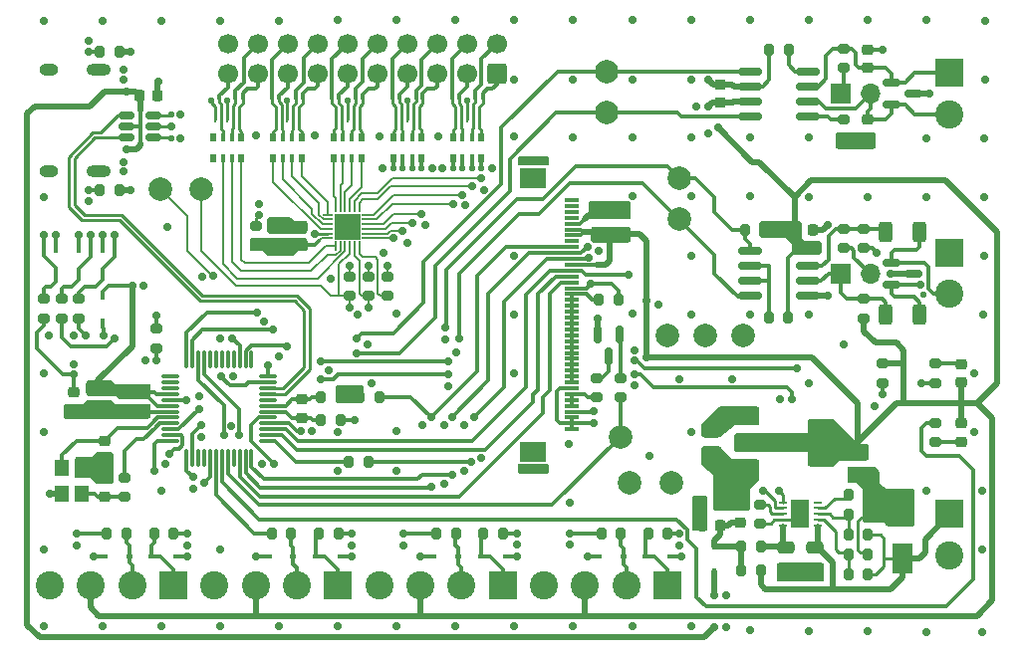
<source format=gtl>
%TF.GenerationSoftware,KiCad,Pcbnew,6.0.9-1.fc35*%
%TF.CreationDate,2023-01-18T17:07:39+00:00*%
%TF.ProjectId,grblPANEL,6772626c-5041-44e4-954c-2e6b69636164,rev?*%
%TF.SameCoordinates,Original*%
%TF.FileFunction,Copper,L1,Top*%
%TF.FilePolarity,Positive*%
%FSLAX46Y46*%
G04 Gerber Fmt 4.6, Leading zero omitted, Abs format (unit mm)*
G04 Created by KiCad (PCBNEW 6.0.9-1.fc35) date 2023-01-18 17:07:39*
%MOMM*%
%LPD*%
G01*
G04 APERTURE LIST*
G04 Aperture macros list*
%AMRoundRect*
0 Rectangle with rounded corners*
0 $1 Rounding radius*
0 $2 $3 $4 $5 $6 $7 $8 $9 X,Y pos of 4 corners*
0 Add a 4 corners polygon primitive as box body*
4,1,4,$2,$3,$4,$5,$6,$7,$8,$9,$2,$3,0*
0 Add four circle primitives for the rounded corners*
1,1,$1+$1,$2,$3*
1,1,$1+$1,$4,$5*
1,1,$1+$1,$6,$7*
1,1,$1+$1,$8,$9*
0 Add four rect primitives between the rounded corners*
20,1,$1+$1,$2,$3,$4,$5,0*
20,1,$1+$1,$4,$5,$6,$7,0*
20,1,$1+$1,$6,$7,$8,$9,0*
20,1,$1+$1,$8,$9,$2,$3,0*%
G04 Aperture macros list end*
%TA.AperFunction,ComponentPad*%
%ADD10C,2.000000*%
%TD*%
%TA.AperFunction,SMDPad,CuDef*%
%ADD11RoundRect,0.225000X-0.250000X0.225000X-0.250000X-0.225000X0.250000X-0.225000X0.250000X0.225000X0*%
%TD*%
%TA.AperFunction,SMDPad,CuDef*%
%ADD12RoundRect,0.200000X-0.275000X0.200000X-0.275000X-0.200000X0.275000X-0.200000X0.275000X0.200000X0*%
%TD*%
%TA.AperFunction,SMDPad,CuDef*%
%ADD13RoundRect,0.200000X0.275000X-0.200000X0.275000X0.200000X-0.275000X0.200000X-0.275000X-0.200000X0*%
%TD*%
%TA.AperFunction,SMDPad,CuDef*%
%ADD14RoundRect,0.250000X-0.475000X0.250000X-0.475000X-0.250000X0.475000X-0.250000X0.475000X0.250000X0*%
%TD*%
%TA.AperFunction,SMDPad,CuDef*%
%ADD15R,0.706399X0.254800*%
%TD*%
%TA.AperFunction,ComponentPad*%
%ADD16C,0.600000*%
%TD*%
%TA.AperFunction,SMDPad,CuDef*%
%ADD17R,1.600200X2.387600*%
%TD*%
%TA.AperFunction,SMDPad,CuDef*%
%ADD18R,0.500000X0.800000*%
%TD*%
%TA.AperFunction,SMDPad,CuDef*%
%ADD19R,0.400000X0.800000*%
%TD*%
%TA.AperFunction,SMDPad,CuDef*%
%ADD20R,0.250000X0.600000*%
%TD*%
%TA.AperFunction,SMDPad,CuDef*%
%ADD21RoundRect,0.075000X-0.662500X-0.075000X0.662500X-0.075000X0.662500X0.075000X-0.662500X0.075000X0*%
%TD*%
%TA.AperFunction,SMDPad,CuDef*%
%ADD22RoundRect,0.075000X-0.075000X-0.662500X0.075000X-0.662500X0.075000X0.662500X-0.075000X0.662500X0*%
%TD*%
%TA.AperFunction,SMDPad,CuDef*%
%ADD23RoundRect,0.218750X-0.256250X0.218750X-0.256250X-0.218750X0.256250X-0.218750X0.256250X0.218750X0*%
%TD*%
%TA.AperFunction,SMDPad,CuDef*%
%ADD24RoundRect,0.225000X0.250000X-0.225000X0.250000X0.225000X-0.250000X0.225000X-0.250000X-0.225000X0*%
%TD*%
%TA.AperFunction,SMDPad,CuDef*%
%ADD25RoundRect,0.200000X0.200000X0.275000X-0.200000X0.275000X-0.200000X-0.275000X0.200000X-0.275000X0*%
%TD*%
%TA.AperFunction,SMDPad,CuDef*%
%ADD26RoundRect,0.200000X-0.200000X-0.275000X0.200000X-0.275000X0.200000X0.275000X-0.200000X0.275000X0*%
%TD*%
%TA.AperFunction,SMDPad,CuDef*%
%ADD27R,0.450000X0.600000*%
%TD*%
%TA.AperFunction,SMDPad,CuDef*%
%ADD28R,1.300000X0.300000*%
%TD*%
%TA.AperFunction,SMDPad,CuDef*%
%ADD29R,2.200000X1.800000*%
%TD*%
%TA.AperFunction,SMDPad,CuDef*%
%ADD30RoundRect,0.250000X0.475000X-0.250000X0.475000X0.250000X-0.475000X0.250000X-0.475000X-0.250000X0*%
%TD*%
%TA.AperFunction,SMDPad,CuDef*%
%ADD31RoundRect,0.150000X-0.825000X-0.150000X0.825000X-0.150000X0.825000X0.150000X-0.825000X0.150000X0*%
%TD*%
%TA.AperFunction,SMDPad,CuDef*%
%ADD32RoundRect,0.218750X0.256250X-0.218750X0.256250X0.218750X-0.256250X0.218750X-0.256250X-0.218750X0*%
%TD*%
%TA.AperFunction,SMDPad,CuDef*%
%ADD33RoundRect,0.050000X-0.349999X0.050000X-0.349999X-0.050000X0.349999X-0.050000X0.349999X0.050000X0*%
%TD*%
%TA.AperFunction,SMDPad,CuDef*%
%ADD34RoundRect,0.050000X0.050000X0.349999X-0.050000X0.349999X-0.050000X-0.349999X0.050000X-0.349999X0*%
%TD*%
%TA.AperFunction,SMDPad,CuDef*%
%ADD35R,2.200000X2.200000*%
%TD*%
%TA.AperFunction,SMDPad,CuDef*%
%ADD36RoundRect,0.250000X-0.312500X-0.625000X0.312500X-0.625000X0.312500X0.625000X-0.312500X0.625000X0*%
%TD*%
%TA.AperFunction,SMDPad,CuDef*%
%ADD37RoundRect,0.150000X-0.587500X-0.150000X0.587500X-0.150000X0.587500X0.150000X-0.587500X0.150000X0*%
%TD*%
%TA.AperFunction,SMDPad,CuDef*%
%ADD38R,1.200000X1.400000*%
%TD*%
%TA.AperFunction,SMDPad,CuDef*%
%ADD39R,0.600000X0.450000*%
%TD*%
%TA.AperFunction,SMDPad,CuDef*%
%ADD40RoundRect,0.150000X0.512500X0.150000X-0.512500X0.150000X-0.512500X-0.150000X0.512500X-0.150000X0*%
%TD*%
%TA.AperFunction,SMDPad,CuDef*%
%ADD41RoundRect,0.225000X0.225000X0.250000X-0.225000X0.250000X-0.225000X-0.250000X0.225000X-0.250000X0*%
%TD*%
%TA.AperFunction,SMDPad,CuDef*%
%ADD42R,1.800000X2.500000*%
%TD*%
%TA.AperFunction,SMDPad,CuDef*%
%ADD43R,2.000000X1.500000*%
%TD*%
%TA.AperFunction,SMDPad,CuDef*%
%ADD44R,2.000000X3.800000*%
%TD*%
%TA.AperFunction,SMDPad,CuDef*%
%ADD45RoundRect,0.225000X-0.225000X-0.250000X0.225000X-0.250000X0.225000X0.250000X-0.225000X0.250000X0*%
%TD*%
%TA.AperFunction,SMDPad,CuDef*%
%ADD46RoundRect,0.150000X-0.150000X0.587500X-0.150000X-0.587500X0.150000X-0.587500X0.150000X0.587500X0*%
%TD*%
%TA.AperFunction,ComponentPad*%
%ADD47R,2.400000X2.400000*%
%TD*%
%TA.AperFunction,ComponentPad*%
%ADD48C,2.400000*%
%TD*%
%TA.AperFunction,ComponentPad*%
%ADD49R,1.700000X1.700000*%
%TD*%
%TA.AperFunction,ComponentPad*%
%ADD50O,1.700000X1.700000*%
%TD*%
%TA.AperFunction,ComponentPad*%
%ADD51O,2.100000X1.000000*%
%TD*%
%TA.AperFunction,ComponentPad*%
%ADD52O,1.600000X1.000000*%
%TD*%
%TA.AperFunction,ComponentPad*%
%ADD53RoundRect,0.250000X0.600000X-0.600000X0.600000X0.600000X-0.600000X0.600000X-0.600000X-0.600000X0*%
%TD*%
%TA.AperFunction,ComponentPad*%
%ADD54C,1.700000*%
%TD*%
%TA.AperFunction,ViaPad*%
%ADD55C,0.700000*%
%TD*%
%TA.AperFunction,ViaPad*%
%ADD56C,0.550000*%
%TD*%
%TA.AperFunction,Conductor*%
%ADD57C,0.500000*%
%TD*%
%TA.AperFunction,Conductor*%
%ADD58C,0.250000*%
%TD*%
%TA.AperFunction,Conductor*%
%ADD59C,0.300000*%
%TD*%
%TA.AperFunction,Conductor*%
%ADD60C,0.200000*%
%TD*%
%TA.AperFunction,Conductor*%
%ADD61C,0.261112*%
%TD*%
G04 APERTURE END LIST*
D10*
X163200000Y-103800000D03*
D11*
X115500000Y-108625000D03*
X115500000Y-110175000D03*
D12*
X134600000Y-98750000D03*
X134600000Y-100400000D03*
D13*
X178300000Y-107825000D03*
X178300000Y-106175000D03*
D14*
X170100000Y-121800000D03*
X170100000Y-123700000D03*
D15*
X172779500Y-119950001D03*
X172779500Y-119449999D03*
X172779500Y-118950000D03*
X172779500Y-118450001D03*
X172779500Y-117949999D03*
X169787100Y-117949999D03*
X169787100Y-118450001D03*
X169787100Y-118950000D03*
X169787100Y-119449999D03*
X169787100Y-119950001D03*
D16*
X171783300Y-118060000D03*
X170783300Y-118060000D03*
X170783300Y-118950000D03*
D17*
X171283300Y-118950000D03*
D16*
X170783300Y-119840000D03*
X171783300Y-119840000D03*
X171783300Y-118950000D03*
D18*
X134000000Y-86900000D03*
D19*
X133200000Y-86900000D03*
X132400000Y-86900000D03*
D18*
X131600000Y-86900000D03*
X131600000Y-88700000D03*
D19*
X132400000Y-88700000D03*
X133200000Y-88700000D03*
D18*
X134000000Y-88700000D03*
X139100000Y-86900000D03*
D19*
X138300000Y-86900000D03*
X137500000Y-86900000D03*
D18*
X136700000Y-86900000D03*
X136700000Y-88700000D03*
D19*
X137500000Y-88700000D03*
X138300000Y-88700000D03*
D18*
X139100000Y-88700000D03*
D12*
X116600000Y-103175000D03*
X116600000Y-104825000D03*
D10*
X154800000Y-81300000D03*
X156000000Y-112400000D03*
D20*
X133800000Y-84575000D03*
X133300000Y-84575000D03*
X132800000Y-84575000D03*
X132300000Y-84575000D03*
X131800000Y-84575000D03*
X131800000Y-85425000D03*
X132300000Y-85425000D03*
X132800000Y-85425000D03*
X133300000Y-85425000D03*
X133800000Y-85425000D03*
D12*
X175000000Y-85375000D03*
X175000000Y-87025000D03*
X136200000Y-98750000D03*
X136200000Y-100400000D03*
D10*
X166400000Y-103800000D03*
D21*
X117737500Y-107250000D03*
X117737500Y-107750000D03*
X117737500Y-108250000D03*
X117737500Y-108750000D03*
X117737500Y-109250000D03*
X117737500Y-109750000D03*
X117737500Y-110250000D03*
X117737500Y-110750000D03*
X117737500Y-111250000D03*
X117737500Y-111750000D03*
X117737500Y-112250000D03*
X117737500Y-112750000D03*
D22*
X119150000Y-114162500D03*
X119650000Y-114162500D03*
X120150000Y-114162500D03*
X120650000Y-114162500D03*
X121150000Y-114162500D03*
X121650000Y-114162500D03*
X122150000Y-114162500D03*
X122650000Y-114162500D03*
X123150000Y-114162500D03*
X123650000Y-114162500D03*
X124150000Y-114162500D03*
X124650000Y-114162500D03*
D21*
X126062500Y-112750000D03*
X126062500Y-112250000D03*
X126062500Y-111750000D03*
X126062500Y-111250000D03*
X126062500Y-110750000D03*
X126062500Y-110250000D03*
X126062500Y-109750000D03*
X126062500Y-109250000D03*
X126062500Y-108750000D03*
X126062500Y-108250000D03*
X126062500Y-107750000D03*
X126062500Y-107250000D03*
D22*
X124650000Y-105837500D03*
X124150000Y-105837500D03*
X123650000Y-105837500D03*
X123150000Y-105837500D03*
X122650000Y-105837500D03*
X122150000Y-105837500D03*
X121650000Y-105837500D03*
X121150000Y-105837500D03*
X120650000Y-105837500D03*
X120150000Y-105837500D03*
X119650000Y-105837500D03*
X119150000Y-105837500D03*
D23*
X185000000Y-106212500D03*
X185000000Y-107787500D03*
D24*
X164500000Y-83975000D03*
X164500000Y-82425000D03*
D13*
X125000000Y-96125000D03*
X125000000Y-94475000D03*
D25*
X167925000Y-121750000D03*
X166275000Y-121750000D03*
D12*
X154000000Y-107375000D03*
X154000000Y-109025000D03*
D25*
X177025000Y-120700000D03*
X175375000Y-120700000D03*
D12*
X133000000Y-98750000D03*
X133000000Y-100400000D03*
D26*
X112375000Y-120600000D03*
X114025000Y-120600000D03*
D12*
X175000000Y-79375000D03*
X175000000Y-81025000D03*
X110000000Y-100675000D03*
X110000000Y-102325000D03*
D27*
X108000000Y-98550000D03*
X108000000Y-96450000D03*
D20*
X128700000Y-84575000D03*
X128200000Y-84575000D03*
X127700000Y-84575000D03*
X127200000Y-84575000D03*
X126700000Y-84575000D03*
X126700000Y-85425000D03*
X127200000Y-85425000D03*
X127700000Y-85425000D03*
X128200000Y-85425000D03*
X128700000Y-85425000D03*
D25*
X118025000Y-120600000D03*
X116375000Y-120600000D03*
X168225000Y-94800000D03*
X166575000Y-94800000D03*
D28*
X151850000Y-92250000D03*
X151850000Y-92750000D03*
X151850000Y-93250000D03*
X151850000Y-93750000D03*
X151850000Y-94250000D03*
X151850000Y-94750000D03*
X151850000Y-95250000D03*
X151850000Y-95750000D03*
X151850000Y-96250000D03*
X151850000Y-96750000D03*
X151850000Y-97250000D03*
X151850000Y-97750000D03*
X151850000Y-98250000D03*
X151850000Y-98750000D03*
X151850000Y-99250000D03*
X151850000Y-99750000D03*
X151850000Y-100250000D03*
X151850000Y-100750000D03*
X151850000Y-101250000D03*
X151850000Y-101750000D03*
X151850000Y-102250000D03*
X151850000Y-102750000D03*
X151850000Y-103250000D03*
X151850000Y-103750000D03*
X151850000Y-104250000D03*
X151850000Y-104750000D03*
X151850000Y-105250000D03*
X151850000Y-105750000D03*
X151850000Y-106250000D03*
X151850000Y-106750000D03*
X151850000Y-107250000D03*
X151850000Y-107750000D03*
X151850000Y-108250000D03*
X151850000Y-108750000D03*
X151850000Y-109250000D03*
X151850000Y-109750000D03*
X151850000Y-110250000D03*
X151850000Y-110750000D03*
X151850000Y-111250000D03*
X151850000Y-111750000D03*
D29*
X148600000Y-113650000D03*
X148600000Y-90350000D03*
D30*
X163700000Y-113850000D03*
X163700000Y-111950000D03*
D11*
X109500000Y-108625000D03*
X109500000Y-110175000D03*
D10*
X116900000Y-91300000D03*
D31*
X167025000Y-96595000D03*
X167025000Y-97865000D03*
X167025000Y-99135000D03*
X167025000Y-100405000D03*
X171975000Y-100405000D03*
X171975000Y-99135000D03*
X171975000Y-97865000D03*
X171975000Y-96595000D03*
D11*
X112200000Y-112700000D03*
X112200000Y-114250000D03*
D12*
X182800000Y-106175000D03*
X182800000Y-107825000D03*
D24*
X112200000Y-117450000D03*
X112200000Y-115900000D03*
D10*
X156800000Y-116300000D03*
D26*
X132925000Y-114500000D03*
X134575000Y-114500000D03*
D32*
X185000000Y-112787500D03*
X185000000Y-111212500D03*
D24*
X128900000Y-96075000D03*
X128900000Y-94525000D03*
D10*
X161000000Y-90400000D03*
D26*
X126375000Y-120600000D03*
X128025000Y-120600000D03*
X140375000Y-120600000D03*
X142025000Y-120600000D03*
D13*
X176700000Y-102325000D03*
X176700000Y-100675000D03*
D12*
X107000000Y-100675000D03*
X107000000Y-102325000D03*
D33*
X134449999Y-95500001D03*
X134449999Y-95099999D03*
X134449999Y-94700000D03*
X134449999Y-94300000D03*
X134449999Y-93900001D03*
X134449999Y-93499999D03*
D34*
X133800001Y-92850001D03*
X133399999Y-92850001D03*
X133000000Y-92850001D03*
X132600000Y-92850001D03*
X132200001Y-92850001D03*
X131799999Y-92850001D03*
D33*
X131150001Y-93499999D03*
X131150001Y-93900001D03*
X131150001Y-94300000D03*
X131150001Y-94700000D03*
X131150001Y-95099999D03*
X131150001Y-95500001D03*
D34*
X131799999Y-96149999D03*
X132200001Y-96149999D03*
X132600000Y-96149999D03*
X133000000Y-96149999D03*
X133399999Y-96149999D03*
X133800001Y-96149999D03*
D35*
X132800000Y-94500000D03*
D16*
X132000000Y-94500000D03*
X132800000Y-94500000D03*
X132800000Y-93700000D03*
X133600000Y-95300000D03*
X132800000Y-95300000D03*
X132000000Y-95300000D03*
X133600000Y-94500000D03*
X132000000Y-93700000D03*
X133600000Y-93700000D03*
D36*
X178537500Y-102000000D03*
X181462500Y-102000000D03*
D14*
X172500000Y-121800000D03*
X172500000Y-123700000D03*
D36*
X178537500Y-95000000D03*
X181462500Y-95000000D03*
D37*
X179062500Y-82250000D03*
X179062500Y-84150000D03*
X180937500Y-83200000D03*
D38*
X110250000Y-117200000D03*
X110250000Y-115000000D03*
X108550000Y-115000000D03*
X108550000Y-117200000D03*
D12*
X176700000Y-94675000D03*
X176700000Y-96325000D03*
D13*
X156000000Y-109025000D03*
X156000000Y-107375000D03*
D26*
X154375000Y-120600000D03*
X156025000Y-120600000D03*
D39*
X132250000Y-122600000D03*
X130150000Y-122600000D03*
D25*
X170325000Y-79450000D03*
X168675000Y-79450000D03*
D39*
X140100000Y-122600000D03*
X142200000Y-122600000D03*
D12*
X167900000Y-118125000D03*
X167900000Y-119775000D03*
D13*
X175000000Y-96325000D03*
X175000000Y-94675000D03*
D26*
X111775000Y-79600000D03*
X113425000Y-79600000D03*
D18*
X123800000Y-86900000D03*
D19*
X123000000Y-86900000D03*
X122200000Y-86900000D03*
D18*
X121400000Y-86900000D03*
X121400000Y-88700000D03*
D19*
X122200000Y-88700000D03*
X123000000Y-88700000D03*
D18*
X123800000Y-88700000D03*
D31*
X167025000Y-81295000D03*
X167025000Y-82565000D03*
X167025000Y-83835000D03*
X167025000Y-85105000D03*
X171975000Y-85105000D03*
X171975000Y-83835000D03*
X171975000Y-82565000D03*
X171975000Y-81295000D03*
D26*
X175375000Y-119000000D03*
X177025000Y-119000000D03*
D40*
X116337500Y-86950000D03*
X116337500Y-86000000D03*
X116337500Y-85050000D03*
X114062500Y-85050000D03*
X114062500Y-86000000D03*
X114062500Y-86950000D03*
D20*
X123600000Y-84575000D03*
X123100000Y-84575000D03*
X122600000Y-84575000D03*
X122100000Y-84575000D03*
X121600000Y-84575000D03*
X121600000Y-85425000D03*
X122100000Y-85425000D03*
X122600000Y-85425000D03*
X123100000Y-85425000D03*
X123600000Y-85425000D03*
D27*
X110000000Y-98550000D03*
X110000000Y-96450000D03*
D11*
X128900000Y-109225000D03*
X128900000Y-110775000D03*
D41*
X164475000Y-117937500D03*
X162925000Y-117937500D03*
D24*
X154000000Y-94975000D03*
X154000000Y-93425000D03*
D42*
X180000000Y-118700000D03*
X180000000Y-122700000D03*
D27*
X112000000Y-98550000D03*
X112000000Y-96450000D03*
D14*
X176200000Y-113550000D03*
X176200000Y-115450000D03*
D41*
X116675000Y-83400000D03*
X115125000Y-83400000D03*
D24*
X177000000Y-80975000D03*
X177000000Y-79425000D03*
D26*
X175375000Y-122400000D03*
X177025000Y-122400000D03*
D39*
X118250000Y-122600000D03*
X116150000Y-122600000D03*
D26*
X130575000Y-109000000D03*
X132225000Y-109000000D03*
D11*
X113900000Y-108625000D03*
X113900000Y-110175000D03*
D25*
X146025000Y-120600000D03*
X144375000Y-120600000D03*
D27*
X164000000Y-121700000D03*
X164000000Y-123800000D03*
D24*
X177000000Y-86975000D03*
X177000000Y-85425000D03*
D25*
X170285000Y-102200000D03*
X168635000Y-102200000D03*
D10*
X161000000Y-93900000D03*
D30*
X126800000Y-96250000D03*
X126800000Y-94350000D03*
D25*
X177025000Y-124100000D03*
X175375000Y-124100000D03*
D20*
X144000000Y-84575000D03*
X143500000Y-84575000D03*
X143000000Y-84575000D03*
X142500000Y-84575000D03*
X142000000Y-84575000D03*
X142000000Y-85425000D03*
X142500000Y-85425000D03*
X143000000Y-85425000D03*
X143500000Y-85425000D03*
X144000000Y-85425000D03*
D26*
X130575000Y-111000000D03*
X132225000Y-111000000D03*
D43*
X166750000Y-110600000D03*
X166750000Y-112900000D03*
D44*
X173050000Y-112900000D03*
D43*
X166750000Y-115200000D03*
D18*
X128900000Y-86900000D03*
D19*
X128100000Y-86900000D03*
X127300000Y-86900000D03*
D18*
X126500000Y-86900000D03*
X126500000Y-88700000D03*
D19*
X127300000Y-88700000D03*
X128100000Y-88700000D03*
D18*
X128900000Y-88700000D03*
D10*
X160300000Y-116300000D03*
D14*
X111600000Y-108450000D03*
X111600000Y-110350000D03*
D39*
X154150000Y-122600000D03*
X156250000Y-122600000D03*
D10*
X154800000Y-84800000D03*
D37*
X179062500Y-97550000D03*
X179062500Y-99450000D03*
X180937500Y-98500000D03*
D27*
X112000000Y-100450000D03*
X112000000Y-102550000D03*
D39*
X126100000Y-122600000D03*
X128200000Y-122600000D03*
D26*
X175375000Y-117300000D03*
X177025000Y-117300000D03*
D25*
X167925000Y-123750000D03*
X166275000Y-123750000D03*
D39*
X146250000Y-122600000D03*
X144150000Y-122600000D03*
D26*
X133875000Y-109000000D03*
X135525000Y-109000000D03*
D32*
X166200000Y-119725000D03*
X166200000Y-118150000D03*
D41*
X164475000Y-119937500D03*
X162925000Y-119937500D03*
D30*
X156000000Y-95150000D03*
X156000000Y-93250000D03*
D18*
X144200000Y-86900000D03*
D19*
X143400000Y-86900000D03*
X142600000Y-86900000D03*
D18*
X141800000Y-86900000D03*
X141800000Y-88700000D03*
D19*
X142600000Y-88700000D03*
X143400000Y-88700000D03*
D18*
X144200000Y-88700000D03*
D12*
X182800000Y-111175000D03*
X182800000Y-112825000D03*
X108500000Y-100675000D03*
X108500000Y-102325000D03*
D10*
X120400000Y-91300000D03*
D12*
X113900000Y-115850000D03*
X113900000Y-117500000D03*
D45*
X170825000Y-94800000D03*
X172375000Y-94800000D03*
D25*
X160025000Y-120600000D03*
X158375000Y-120600000D03*
D26*
X111775000Y-91400000D03*
X113425000Y-91400000D03*
D10*
X160000000Y-103800000D03*
D46*
X155950000Y-103662500D03*
X154050000Y-103662500D03*
X155000000Y-105537500D03*
D25*
X132025000Y-120600000D03*
X130375000Y-120600000D03*
D39*
X160250000Y-122600000D03*
X158150000Y-122600000D03*
X112150000Y-122600000D03*
X114250000Y-122600000D03*
D25*
X155825000Y-100700000D03*
X154175000Y-100700000D03*
D20*
X138900000Y-84575000D03*
X138400000Y-84575000D03*
X137900000Y-84575000D03*
X137400000Y-84575000D03*
X136900000Y-84575000D03*
X136900000Y-85425000D03*
X137400000Y-85425000D03*
X137900000Y-85425000D03*
X138400000Y-85425000D03*
X138900000Y-85425000D03*
D47*
X118000000Y-125000000D03*
D48*
X114500000Y-125000000D03*
X111000000Y-125000000D03*
X107500000Y-125000000D03*
D49*
X174710000Y-98500000D03*
D50*
X177250000Y-98500000D03*
D47*
X160000000Y-125000000D03*
D48*
X156500000Y-125000000D03*
X153000000Y-125000000D03*
X149500000Y-125000000D03*
D49*
X174725000Y-83200000D03*
D50*
X177265000Y-83200000D03*
D47*
X184000000Y-81450000D03*
D48*
X184000000Y-84950000D03*
D47*
X184000000Y-118950000D03*
D48*
X184000000Y-122450000D03*
D51*
X111630000Y-81180000D03*
D52*
X107450000Y-81180000D03*
D51*
X111630000Y-89820000D03*
D52*
X107450000Y-89820000D03*
D47*
X132000000Y-125000000D03*
D48*
X128500000Y-125000000D03*
X125000000Y-125000000D03*
X121500000Y-125000000D03*
D53*
X145500000Y-81500000D03*
D54*
X145500000Y-78960000D03*
X142960000Y-81500000D03*
X142960000Y-78960000D03*
X140420000Y-81500000D03*
X140420000Y-78960000D03*
X137880000Y-81500000D03*
X137880000Y-78960000D03*
X135340000Y-81500000D03*
X135340000Y-78960000D03*
X132800000Y-81500000D03*
X132800000Y-78960000D03*
X130260000Y-81500000D03*
X130260000Y-78960000D03*
X127720000Y-81500000D03*
X127720000Y-78960000D03*
X125180000Y-81500000D03*
X125180000Y-78960000D03*
X122640000Y-81500000D03*
X122640000Y-78960000D03*
D47*
X184000000Y-96750000D03*
D48*
X184000000Y-100250000D03*
D47*
X146000000Y-125000000D03*
D48*
X142500000Y-125000000D03*
X139000000Y-125000000D03*
X135500000Y-125000000D03*
D55*
X111200000Y-122600000D03*
X175000000Y-104500000D03*
X162000000Y-76941799D03*
X142800000Y-92700000D03*
X144400000Y-91400000D03*
X186979040Y-82000000D03*
D56*
X137900000Y-83800000D03*
D55*
X142700000Y-111400000D03*
X167000000Y-128839052D03*
X186928500Y-97000000D03*
X107000000Y-106974194D03*
X117300000Y-114700000D03*
X164999999Y-125900000D03*
D56*
X127700000Y-83800000D03*
D55*
X147000000Y-102000000D03*
X147200000Y-121584476D03*
X178300000Y-117300000D03*
X141100000Y-104100000D03*
X140500000Y-86841716D03*
X139000000Y-122600000D03*
X147000000Y-107000000D03*
X152000000Y-86887820D03*
X142000000Y-128481535D03*
X182300000Y-83200000D03*
X132000000Y-76966742D03*
X110800000Y-78700000D03*
X115600000Y-105900000D03*
X113800000Y-81200000D03*
X147000000Y-76950113D03*
X187000000Y-77000000D03*
X117500000Y-94500000D03*
X163500000Y-81994500D03*
X157000000Y-91923831D03*
X157000000Y-82000000D03*
X177800000Y-96700000D03*
X139200000Y-111400000D03*
X172000000Y-91965208D03*
X134500000Y-104531955D03*
X135500000Y-86798816D03*
X129800000Y-111900000D03*
X162000000Y-82000000D03*
X147800000Y-88900000D03*
X165100000Y-111400000D03*
X132000000Y-128487309D03*
X162450000Y-118950000D03*
X113800000Y-89000000D03*
X107000000Y-77000000D03*
X120465982Y-98734515D03*
X137600000Y-121597225D03*
X125750000Y-102550000D03*
X131200000Y-106700000D03*
X137900000Y-95900000D03*
X147800000Y-115100000D03*
X135800000Y-89500000D03*
X113800000Y-89800000D03*
X163500000Y-86600000D03*
X172000000Y-76925170D03*
X151677268Y-118000000D03*
X167000000Y-91944520D03*
X108000000Y-95200000D03*
X132000000Y-115241302D03*
X186892751Y-92000000D03*
X186775876Y-117000000D03*
X159200000Y-101100000D03*
X186943291Y-87000000D03*
X172000000Y-128890531D03*
X116700000Y-82200000D03*
X112000000Y-76991685D03*
X131400000Y-98900000D03*
X115500000Y-99500000D03*
X119200000Y-122600000D03*
X157000000Y-86887821D03*
X149400000Y-88900000D03*
X140900000Y-89500000D03*
X137000000Y-101913798D03*
X107000000Y-122000000D03*
X141000000Y-111400000D03*
X162500000Y-84300000D03*
X186100000Y-107000000D03*
X179000000Y-98500000D03*
X116600000Y-102100000D03*
X172000000Y-107800000D03*
X162000000Y-101947340D03*
X106991125Y-112000000D03*
X112000000Y-128498857D03*
X186857001Y-102000000D03*
X133200000Y-121600000D03*
X133400000Y-111000000D03*
X133700000Y-102000000D03*
X161000000Y-121600000D03*
X139400000Y-94400000D03*
X147000000Y-128476904D03*
X125550000Y-114700000D03*
X154050000Y-102350000D03*
X140000000Y-89500000D03*
X142700000Y-115300000D03*
X147000000Y-82000000D03*
X182000000Y-86995069D03*
X151641518Y-113000000D03*
X130000000Y-86755917D03*
D56*
X121200000Y-83800000D03*
D55*
X151700000Y-121576496D03*
X165500000Y-107482790D03*
X162000000Y-111979125D03*
X147200000Y-122600000D03*
X162000000Y-97000000D03*
X144200000Y-114200000D03*
X112000000Y-95212212D03*
X157000000Y-128471130D03*
X177000000Y-128942010D03*
X137000000Y-128482678D03*
X167000000Y-76933484D03*
X137000000Y-76958428D03*
D56*
X122600000Y-83800000D03*
D55*
X126950000Y-105550000D03*
X152000000Y-82000000D03*
X125000000Y-122600000D03*
X161200000Y-122600000D03*
X165000000Y-128600000D03*
X122000000Y-76975057D03*
X186756206Y-129000000D03*
X141000000Y-116400000D03*
X186100000Y-112000000D03*
X117800000Y-86000000D03*
X137000000Y-111919542D03*
X122950000Y-111500000D03*
X154800000Y-92700000D03*
X127000000Y-76975056D03*
X181978181Y-117000000D03*
X167000000Y-101972166D03*
X147000000Y-86852070D03*
X110800000Y-92300000D03*
X173610000Y-100400000D03*
X177500000Y-115600000D03*
D56*
X132800000Y-83800000D03*
D55*
X118624503Y-87000000D03*
X161000000Y-107462102D03*
X145100000Y-89500000D03*
X146970208Y-97000000D03*
X162000000Y-86923570D03*
X133200000Y-122600000D03*
D56*
X143000000Y-83800000D03*
D55*
X152000000Y-128475761D03*
X134850000Y-107850000D03*
X119700000Y-116800000D03*
X112100000Y-103800000D03*
X142000000Y-76958428D03*
X107000000Y-128500000D03*
X186758635Y-122000000D03*
X157200000Y-105000000D03*
X112900000Y-110500000D03*
X178275000Y-79425000D03*
X153700000Y-110200000D03*
X157200000Y-108000000D03*
X157000000Y-101922514D03*
X109500000Y-106200000D03*
X182000000Y-128993490D03*
X119200000Y-121600000D03*
X177000000Y-76925169D03*
X177600000Y-109800000D03*
X141400000Y-108100000D03*
X135900000Y-96700000D03*
X182000000Y-92000000D03*
X111400000Y-115000000D03*
X137000000Y-115250000D03*
X173600000Y-94400000D03*
D56*
X181722716Y-100281167D03*
D55*
X132000000Y-111949333D03*
X176000000Y-87600000D03*
X142044622Y-105244622D03*
X172000000Y-86959320D03*
X109800000Y-121600000D03*
X171300000Y-124300000D03*
X162000000Y-91944519D03*
X117000000Y-128494226D03*
X172000000Y-101996992D03*
X114400000Y-79600000D03*
X157000000Y-76941799D03*
X110000000Y-95200000D03*
X177000000Y-91985896D03*
X107400000Y-103800000D03*
X118624503Y-85000000D03*
X109500000Y-103800000D03*
X169600000Y-109200000D03*
X113800000Y-82000000D03*
X117000000Y-117000000D03*
X158500000Y-114000000D03*
X154150000Y-96600000D03*
X120400000Y-112400000D03*
X122000000Y-122000000D03*
X125000000Y-86755917D03*
X152000000Y-76941799D03*
X167000000Y-86948520D03*
X127999938Y-94800000D03*
X123050000Y-107200000D03*
X125300000Y-92550000D03*
X181600000Y-107800000D03*
X149400000Y-115100000D03*
X122000000Y-104000000D03*
X162000000Y-128469987D03*
X153500000Y-99400000D03*
X122000000Y-128493083D03*
X107000000Y-92000000D03*
X127000000Y-128488452D03*
X107500000Y-117200000D03*
X182000000Y-76916855D03*
X114400000Y-91400000D03*
X120200000Y-108950000D03*
X117000000Y-76983371D03*
X153200000Y-122600000D03*
X153700000Y-111250000D03*
X134600000Y-97800000D03*
X128000000Y-95904128D03*
X158200000Y-100800000D03*
X136200000Y-97800000D03*
X163500000Y-84300000D03*
X158200000Y-105600000D03*
X133000000Y-108373500D03*
X133000000Y-97800000D03*
X114500000Y-99500000D03*
X164300000Y-86100000D03*
X141400000Y-107100000D03*
X109500000Y-107100000D03*
X120200000Y-110000000D03*
X170600000Y-109200000D03*
X130500000Y-107500000D03*
X157200000Y-107100000D03*
X164000000Y-128600000D03*
X164000000Y-125900000D03*
X114050000Y-83050000D03*
X114050000Y-87950000D03*
X113000000Y-95212212D03*
X111000000Y-95200000D03*
X107000000Y-95200000D03*
X110800000Y-91400000D03*
D56*
X117800000Y-85000000D03*
X117800000Y-87000000D03*
D55*
X110800000Y-79600000D03*
X139900000Y-110700000D03*
X139900000Y-116600500D03*
X153200500Y-96200000D03*
X141700000Y-110700000D03*
X141700000Y-115600000D03*
X156700000Y-98600000D03*
X116600000Y-105900000D03*
X119150000Y-109250000D03*
X178300000Y-108800000D03*
X110600000Y-103800000D03*
X122100000Y-107200000D03*
X126062500Y-106312500D03*
X113000000Y-104000000D03*
X157225000Y-105925000D03*
X171000000Y-106600000D03*
X141400000Y-106000000D03*
X130500000Y-106000000D03*
X120400000Y-111400000D03*
X141100000Y-103100000D03*
X125100000Y-101800000D03*
X133000000Y-101400000D03*
X126450000Y-103300000D03*
X121400000Y-98700000D03*
X134600000Y-101400000D03*
X128850000Y-111900000D03*
X161000000Y-120600000D03*
X126600000Y-114700000D03*
X151700000Y-120600000D03*
X123600000Y-112200000D03*
X147200000Y-120600000D03*
X137600000Y-120600000D03*
X122300000Y-112200000D03*
X133200000Y-120600000D03*
X120600000Y-116300000D03*
X117700000Y-113800000D03*
X119200000Y-120600000D03*
X116400000Y-115300000D03*
X109800000Y-120600000D03*
X169500000Y-117000000D03*
X168100000Y-117000000D03*
X133598363Y-103998795D03*
X123000000Y-104000000D03*
X127700000Y-104699500D03*
X133599500Y-105300500D03*
X119700000Y-115800000D03*
X142300000Y-104000000D03*
X181500500Y-99487174D03*
X144200000Y-90400000D03*
D56*
X144200000Y-89500000D03*
D55*
X143400000Y-91100000D03*
D56*
X143400000Y-89500000D03*
X142600000Y-89500000D03*
D55*
X142600000Y-91800000D03*
X141800000Y-92600000D03*
D56*
X141800000Y-89500000D03*
X139100000Y-89500000D03*
D55*
X139100000Y-93400000D03*
X138300000Y-94200000D03*
D56*
X138300000Y-89500000D03*
X137500000Y-89500000D03*
D55*
X137500000Y-94900000D03*
D56*
X136700000Y-89500000D03*
D55*
X136700000Y-95500000D03*
X130000000Y-95100000D03*
X125300000Y-93500000D03*
X143300000Y-114500000D03*
X153300000Y-97123500D03*
X143600000Y-110700000D03*
D57*
X172800000Y-121800000D02*
X172800000Y-120050000D01*
D58*
X178400000Y-121000000D02*
X178100000Y-120700000D01*
D57*
X175300000Y-125350000D02*
X174100000Y-125350000D01*
X180000000Y-122700000D02*
X180000000Y-124350000D01*
X181900000Y-121100000D02*
X181900000Y-122200000D01*
X175300000Y-125350000D02*
X168300000Y-125350000D01*
X180000000Y-124350000D02*
X179000000Y-125350000D01*
X181400000Y-122700000D02*
X180000000Y-122700000D01*
D58*
X177700000Y-124100000D02*
X177025000Y-124100000D01*
D57*
X174100000Y-125350000D02*
X174100000Y-123100000D01*
D58*
X178400000Y-122750000D02*
X178400000Y-121000000D01*
X178400000Y-122350000D02*
X178400000Y-123400000D01*
D57*
X184000000Y-119000000D02*
X181900000Y-121100000D01*
D58*
X178450000Y-122700000D02*
X178400000Y-122750000D01*
D57*
X181900000Y-122200000D02*
X181400000Y-122700000D01*
D58*
X180000000Y-122700000D02*
X178450000Y-122700000D01*
X178400000Y-123400000D02*
X177700000Y-124100000D01*
D57*
X168300000Y-125350000D02*
X167925000Y-124975000D01*
D58*
X178100000Y-120700000D02*
X177025000Y-120700000D01*
D57*
X167925000Y-124975000D02*
X167925000Y-123750000D01*
X174100000Y-123100000D02*
X172800000Y-121800000D01*
X179000000Y-125350000D02*
X175300000Y-125350000D01*
X108550000Y-117200000D02*
X107500000Y-117200000D01*
D58*
X176500000Y-119250000D02*
X177025000Y-119250000D01*
X169787100Y-119449999D02*
X169100001Y-119449999D01*
D59*
X151850000Y-110250000D02*
X153650000Y-110250000D01*
X132225000Y-111000000D02*
X133400000Y-111000000D01*
D57*
X113425000Y-79600000D02*
X114400000Y-79600000D01*
D59*
X119200000Y-122600000D02*
X118250000Y-122600000D01*
X112000000Y-96450000D02*
X112000000Y-95212212D01*
X155300000Y-99400000D02*
X155825000Y-99925000D01*
D57*
X173605000Y-100405000D02*
X173610000Y-100400000D01*
D59*
X151850000Y-94250000D02*
X152550000Y-94250000D01*
D57*
X153275000Y-93525000D02*
X154000000Y-93525000D01*
X163500000Y-81994500D02*
X163930500Y-82425000D01*
X164500000Y-82425000D02*
X165545000Y-82425000D01*
D58*
X121600000Y-84300000D02*
X121225500Y-83925500D01*
X132800000Y-83800000D02*
X132800000Y-85425000D01*
D59*
X139000000Y-122600000D02*
X140100000Y-122600000D01*
X177800000Y-96700000D02*
X177425000Y-96325000D01*
X112150000Y-122600000D02*
X111200000Y-122600000D01*
D58*
X177025000Y-117650000D02*
X177025000Y-118125000D01*
D57*
X178600000Y-117300000D02*
X180000000Y-118700000D01*
X165545000Y-82425000D02*
X165690000Y-82570000D01*
X180937500Y-98500000D02*
X179000000Y-98500000D01*
X173200000Y-94800000D02*
X173600000Y-94400000D01*
X164300000Y-110600000D02*
X166750000Y-110600000D01*
D59*
X153500000Y-99400000D02*
X155300000Y-99400000D01*
X112000000Y-103100000D02*
X112100000Y-103200000D01*
X108000000Y-96450000D02*
X108000000Y-95200000D01*
D58*
X121600000Y-84575000D02*
X121600000Y-84300000D01*
D59*
X153200000Y-122600000D02*
X154150000Y-122600000D01*
X147200000Y-122600000D02*
X146250000Y-122600000D01*
D58*
X177025000Y-118125000D02*
X177025000Y-119250000D01*
X116337500Y-86000000D02*
X117800000Y-86000000D01*
D59*
X168135000Y-82565000D02*
X168675000Y-82025000D01*
X153500000Y-99400000D02*
X153150000Y-99750000D01*
D57*
X165690000Y-82570000D02*
X167020000Y-82570000D01*
X180937500Y-83200000D02*
X182300000Y-83200000D01*
D58*
X127700000Y-83800000D02*
X127700000Y-85425000D01*
X121600000Y-85425000D02*
X121600000Y-84575000D01*
X177025000Y-122250000D02*
X176400000Y-122250000D01*
D57*
X113425000Y-91400000D02*
X114400000Y-91400000D01*
D59*
X117737500Y-110250000D02*
X115575000Y-110250000D01*
X161200000Y-122600000D02*
X160250000Y-122600000D01*
D58*
X143000000Y-84575000D02*
X143000000Y-85425000D01*
X169100001Y-119449999D02*
X168775000Y-119775000D01*
D59*
X153650000Y-110250000D02*
X153700000Y-110200000D01*
X152550000Y-94250000D02*
X152950000Y-93850000D01*
D57*
X154050000Y-103662500D02*
X154050000Y-102350000D01*
X172375000Y-94800000D02*
X173200000Y-94800000D01*
D59*
X153150000Y-99750000D02*
X151850000Y-99750000D01*
X112100000Y-103200000D02*
X112100000Y-103800000D01*
X110000000Y-96450000D02*
X110000000Y-95200000D01*
X112000000Y-102550000D02*
X112000000Y-103100000D01*
D57*
X153275000Y-93525000D02*
X152950000Y-93850000D01*
D59*
X133200000Y-122600000D02*
X132250000Y-122600000D01*
D57*
X177025000Y-117300000D02*
X178600000Y-117300000D01*
D58*
X176400000Y-122250000D02*
X176200000Y-122050000D01*
D59*
X168675000Y-82025000D02*
X168675000Y-79450000D01*
D57*
X163930500Y-82425000D02*
X164500000Y-82425000D01*
D58*
X176200000Y-122050000D02*
X176200000Y-119550000D01*
D57*
X116700000Y-82200000D02*
X116675000Y-82225000D01*
D59*
X125000000Y-122600000D02*
X126100000Y-122600000D01*
D57*
X171975000Y-100405000D02*
X173605000Y-100405000D01*
D59*
X182800000Y-107825000D02*
X181625000Y-107825000D01*
X167025000Y-82565000D02*
X168135000Y-82565000D01*
X181625000Y-107825000D02*
X181600000Y-107800000D01*
X177425000Y-96325000D02*
X176700000Y-96325000D01*
D58*
X169787100Y-119449999D02*
X170783301Y-119449999D01*
X143000000Y-84575000D02*
X143000000Y-83850000D01*
D57*
X163700000Y-111950000D02*
X163700000Y-111200000D01*
D59*
X116600000Y-103175000D02*
X116600000Y-102100000D01*
X178275000Y-79425000D02*
X177000000Y-79425000D01*
D58*
X137900000Y-83800000D02*
X137900000Y-85425000D01*
X168775000Y-119775000D02*
X167900000Y-119775000D01*
D57*
X163700000Y-111200000D02*
X164300000Y-110600000D01*
D59*
X155825000Y-99925000D02*
X155825000Y-100700000D01*
D57*
X116675000Y-82225000D02*
X116675000Y-83400000D01*
D58*
X176200000Y-119550000D02*
X176500000Y-119250000D01*
X121225500Y-83925500D02*
X121225500Y-83821202D01*
X122600000Y-83800000D02*
X122600000Y-85425000D01*
D57*
X169787100Y-120050000D02*
X169787100Y-121762100D01*
X167925000Y-121750000D02*
X170050000Y-121750000D01*
X166275000Y-123750000D02*
X166275000Y-121750000D01*
X165412500Y-119725000D02*
X165200000Y-119937500D01*
X164000000Y-121200000D02*
X164475000Y-120725000D01*
X165200000Y-119937500D02*
X164475000Y-119937500D01*
X164025000Y-121675000D02*
X164000000Y-121700000D01*
X166200000Y-119725000D02*
X165412500Y-119725000D01*
X164000000Y-121700000D02*
X166225000Y-121700000D01*
X164000000Y-121700000D02*
X164000000Y-121200000D01*
X164475000Y-120725000D02*
X164475000Y-119937500D01*
X164600000Y-115200000D02*
X166750000Y-115200000D01*
X164475000Y-115325000D02*
X164600000Y-115200000D01*
X163700000Y-114700000D02*
X164200000Y-115200000D01*
X165412500Y-118150000D02*
X165200000Y-117937500D01*
X164475000Y-117937500D02*
X164475000Y-115325000D01*
X165200000Y-117937500D02*
X164475000Y-117937500D01*
X166200000Y-118150000D02*
X165412500Y-118150000D01*
X164200000Y-115200000D02*
X164600000Y-115200000D01*
X163700000Y-113850000D02*
X163700000Y-114700000D01*
X183600000Y-90600000D02*
X172200000Y-90600000D01*
D59*
X151800000Y-111300000D02*
X151850000Y-111250000D01*
D57*
X158200000Y-100800000D02*
X158200000Y-95700000D01*
X125000000Y-127600000D02*
X111700000Y-127600000D01*
X111000000Y-126900000D02*
X111000000Y-125000000D01*
D59*
X133775000Y-109000000D02*
X132225000Y-109000000D01*
X151850000Y-108250000D02*
X150850000Y-108250000D01*
X116625000Y-109750000D02*
X115500000Y-108625000D01*
D57*
X139100000Y-127600000D02*
X125000000Y-127600000D01*
D59*
X150850000Y-111250000D02*
X150750000Y-111150000D01*
D57*
X164500000Y-83975000D02*
X165515000Y-83975000D01*
D59*
X150600000Y-108500000D02*
X150600000Y-111000000D01*
D57*
X128249938Y-96050000D02*
X128074938Y-96225000D01*
D60*
X133000000Y-98750000D02*
X133000000Y-97800000D01*
D59*
X151850000Y-94750000D02*
X152650000Y-94750000D01*
X130025000Y-96075000D02*
X128900000Y-96075000D01*
D57*
X128949938Y-96050000D02*
X128249938Y-96050000D01*
D59*
X170825000Y-95825000D02*
X170825000Y-94800000D01*
X112000000Y-100000000D02*
X112000000Y-100450000D01*
D57*
X186300000Y-109500000D02*
X187600000Y-110800000D01*
D59*
X151850000Y-111250000D02*
X150850000Y-111250000D01*
X150600000Y-111000000D02*
X150750000Y-111150000D01*
X117737500Y-108750000D02*
X116550000Y-108750000D01*
D57*
X157650000Y-95150000D02*
X156000000Y-95150000D01*
X154325000Y-94975000D02*
X154000000Y-94975000D01*
X128074938Y-96225000D02*
X126949938Y-96225000D01*
D59*
X152650000Y-95250000D02*
X152900000Y-95000000D01*
D57*
X139000000Y-125000000D02*
X139000000Y-127500000D01*
X170800000Y-92000000D02*
X170800000Y-94775000D01*
X111700000Y-127600000D02*
X111000000Y-126900000D01*
X186300000Y-109500000D02*
X188000000Y-107800000D01*
X176700000Y-103400000D02*
X177700000Y-104400000D01*
D59*
X171975000Y-96145000D02*
X171790000Y-95960000D01*
D57*
X165515000Y-83975000D02*
X165655000Y-83835000D01*
X164300000Y-86100000D02*
X167200000Y-89000000D01*
X176200000Y-112800000D02*
X179500000Y-109500000D01*
D59*
X117737500Y-109750000D02*
X116625000Y-109750000D01*
D57*
X178300000Y-106175000D02*
X180025000Y-106175000D01*
X188000000Y-107800000D02*
X188000000Y-95000000D01*
X153950000Y-97750000D02*
X154750000Y-97750000D01*
D59*
X139000000Y-127500000D02*
X139100000Y-127600000D01*
X171975000Y-96595000D02*
X170875000Y-96595000D01*
D57*
X163500000Y-84300000D02*
X163825000Y-83975000D01*
X172200000Y-90600000D02*
X170800000Y-92000000D01*
D59*
X112500000Y-99500000D02*
X112000000Y-100000000D01*
D57*
X114500000Y-99500000D02*
X114500000Y-104700000D01*
D59*
X116550000Y-108750000D02*
X116400000Y-108600000D01*
D57*
X153000000Y-125000000D02*
X153000000Y-127400000D01*
X158200000Y-95700000D02*
X157650000Y-95150000D01*
D60*
X130599999Y-95500001D02*
X130400000Y-95700000D01*
D57*
X179500000Y-109500000D02*
X180100000Y-109500000D01*
X153200000Y-127600000D02*
X139100000Y-127600000D01*
X187600000Y-126300000D02*
X186300000Y-127600000D01*
X187600000Y-110800000D02*
X187600000Y-126300000D01*
D59*
X170875000Y-96595000D02*
X170285000Y-97185000D01*
X151850000Y-110750000D02*
X151850000Y-111750000D01*
D57*
X114500000Y-104700000D02*
X111600000Y-107600000D01*
X125000000Y-125000000D02*
X125000000Y-127600000D01*
D59*
X150850000Y-108250000D02*
X150600000Y-108500000D01*
D57*
X180100000Y-106100000D02*
X180100000Y-109500000D01*
D59*
X153950000Y-97750000D02*
X151850000Y-97750000D01*
D57*
X154750000Y-97750000D02*
X155100000Y-97400000D01*
X172300000Y-105600000D02*
X176200000Y-109500000D01*
X180025000Y-106175000D02*
X180100000Y-106100000D01*
D59*
X116400000Y-108600000D02*
X115525000Y-108600000D01*
D57*
X185000000Y-109500000D02*
X186300000Y-109500000D01*
X158200000Y-105600000D02*
X172300000Y-105600000D01*
D59*
X170285000Y-97185000D02*
X170285000Y-102200000D01*
D57*
X186300000Y-127600000D02*
X153200000Y-127600000D01*
D60*
X134600000Y-98750000D02*
X134600000Y-97800000D01*
D59*
X168225000Y-94800000D02*
X170825000Y-94800000D01*
X152650000Y-94750000D02*
X152900000Y-95000000D01*
D57*
X188000000Y-95000000D02*
X183600000Y-90600000D01*
D59*
X171790000Y-95960000D02*
X170960000Y-95960000D01*
X151850000Y-95250000D02*
X152650000Y-95250000D01*
D57*
X179500000Y-104400000D02*
X180100000Y-105000000D01*
X176200000Y-113550000D02*
X176200000Y-112800000D01*
D59*
X130400000Y-95700000D02*
X130025000Y-96075000D01*
D57*
X177700000Y-104400000D02*
X179500000Y-104400000D01*
X163825000Y-83975000D02*
X164500000Y-83975000D01*
X180100000Y-109500000D02*
X185000000Y-109500000D01*
X176700000Y-102325000D02*
X176700000Y-103400000D01*
D60*
X131150001Y-95500001D02*
X130599999Y-95500001D01*
D57*
X167200000Y-89000000D02*
X167800000Y-89000000D01*
X185000000Y-109500000D02*
X185000000Y-107787500D01*
D59*
X171975000Y-96595000D02*
X171975000Y-96145000D01*
D57*
X180100000Y-105000000D02*
X180100000Y-106100000D01*
X158200000Y-105600000D02*
X158200000Y-100800000D01*
X155100000Y-97400000D02*
X155100000Y-95750000D01*
D59*
X153000000Y-127400000D02*
X153200000Y-127600000D01*
D60*
X136200000Y-98750000D02*
X136200000Y-97800000D01*
D59*
X170960000Y-95960000D02*
X170825000Y-95825000D01*
D57*
X111600000Y-107600000D02*
X111600000Y-108450000D01*
X167800000Y-89000000D02*
X170800000Y-92000000D01*
D59*
X114500000Y-99500000D02*
X112500000Y-99500000D01*
D57*
X185000000Y-111212500D02*
X185000000Y-109500000D01*
X152900000Y-95000000D02*
X153975000Y-95000000D01*
X167050000Y-112900000D02*
X173350000Y-112900000D01*
D59*
X153700000Y-111250000D02*
X151850000Y-111250000D01*
D57*
X176200000Y-109500000D02*
X176200000Y-113550000D01*
X165655000Y-83835000D02*
X167025000Y-83835000D01*
X155100000Y-95750000D02*
X154325000Y-94975000D01*
D59*
X129600000Y-109200000D02*
X129800000Y-109000000D01*
X126062500Y-109750000D02*
X127550000Y-109750000D01*
X127550000Y-109750000D02*
X128100000Y-109200000D01*
X129800000Y-109000000D02*
X130575000Y-109000000D01*
X128925000Y-109200000D02*
X129600000Y-109200000D01*
X128100000Y-109200000D02*
X128875000Y-109200000D01*
X109500000Y-107100000D02*
X109500000Y-108625000D01*
X120200000Y-110000000D02*
X120200000Y-110022803D01*
X157689950Y-107100000D02*
X158789950Y-108200000D01*
X130500000Y-107500000D02*
X131600000Y-107500000D01*
X106400000Y-104900000D02*
X108600000Y-107100000D01*
X120200000Y-110022803D02*
X118472803Y-111750000D01*
X157200000Y-107100000D02*
X157689950Y-107100000D01*
X107000000Y-102325000D02*
X107000000Y-102900000D01*
X106400000Y-103500000D02*
X106400000Y-104900000D01*
X108600000Y-107100000D02*
X109500000Y-107100000D01*
X132000000Y-107100000D02*
X141400000Y-107100000D01*
X107000000Y-102900000D02*
X106400000Y-103500000D01*
X158789950Y-108200000D02*
X170200000Y-108200000D01*
X170600000Y-108600000D02*
X170600000Y-109200000D01*
X170200000Y-108200000D02*
X170600000Y-108600000D01*
X131600000Y-107500000D02*
X132000000Y-107100000D01*
X118472803Y-111750000D02*
X117737500Y-111750000D01*
X111575000Y-117450000D02*
X111325000Y-117200000D01*
X111325000Y-117200000D02*
X110250000Y-117200000D01*
X112200000Y-117450000D02*
X111575000Y-117450000D01*
X113900000Y-117500000D02*
X112250000Y-117500000D01*
X109800000Y-112700000D02*
X108550000Y-113950000D01*
X117737500Y-110750000D02*
X116650000Y-110750000D01*
X115794828Y-111600000D02*
X113300000Y-111600000D01*
X112200000Y-112700000D02*
X109800000Y-112700000D01*
X113300000Y-111600000D02*
X112200000Y-112700000D01*
X116650000Y-110750000D02*
X116300000Y-111100000D01*
X108550000Y-113950000D02*
X108550000Y-115000000D01*
X116294828Y-111100000D02*
X115794828Y-111600000D01*
X116300000Y-111100000D02*
X116294828Y-111100000D01*
D57*
X105600000Y-128400000D02*
X105600000Y-84900000D01*
X114050000Y-83050000D02*
X114750000Y-83050000D01*
X110900000Y-84300000D02*
X112150000Y-83050000D01*
X114750000Y-83050000D02*
X115200000Y-83500000D01*
X115200000Y-87600000D02*
X115200000Y-87400000D01*
D59*
X115200000Y-86000000D02*
X115200000Y-84600000D01*
D57*
X105600000Y-84900000D02*
X106200000Y-84300000D01*
X114050000Y-87950000D02*
X114850000Y-87950000D01*
X115200000Y-83500000D02*
X115200000Y-84600000D01*
X112150000Y-83050000D02*
X114050000Y-83050000D01*
D59*
X114062500Y-86000000D02*
X115200000Y-86000000D01*
D57*
X164000000Y-125900000D02*
X164000000Y-123800000D01*
X164000000Y-128600000D02*
X163150000Y-129450000D01*
X106650000Y-129450000D02*
X105600000Y-128400000D01*
X114850000Y-87950000D02*
X115200000Y-87600000D01*
X163150000Y-129450000D02*
X106650000Y-129450000D01*
X106200000Y-84300000D02*
X110900000Y-84300000D01*
D59*
X115200000Y-86000000D02*
X115200000Y-87400000D01*
X182800000Y-106175000D02*
X184962500Y-106175000D01*
X112000000Y-98100000D02*
X112000000Y-98550000D01*
X110000000Y-100100000D02*
X110000000Y-100675000D01*
X111400000Y-99600000D02*
X110500000Y-99600000D01*
X113000000Y-95212212D02*
X113000000Y-97100000D01*
X112000000Y-99000000D02*
X111400000Y-99600000D01*
X110500000Y-99600000D02*
X110000000Y-100100000D01*
X113000000Y-97100000D02*
X112000000Y-98100000D01*
X112000000Y-98550000D02*
X112000000Y-99000000D01*
X110000000Y-99000000D02*
X109400000Y-99600000D01*
X110000000Y-98550000D02*
X110000000Y-99000000D01*
X108500000Y-99800000D02*
X108500000Y-100675000D01*
X111000000Y-95200000D02*
X111000000Y-97100000D01*
X108700000Y-99600000D02*
X108500000Y-99800000D01*
X111000000Y-97100000D02*
X110000000Y-98100000D01*
X109400000Y-99600000D02*
X108700000Y-99600000D01*
X110000000Y-98100000D02*
X110000000Y-98550000D01*
X108000000Y-98000000D02*
X108000000Y-98550000D01*
X107000000Y-99800000D02*
X107000000Y-100675000D01*
X107600000Y-99600000D02*
X107200000Y-99600000D01*
X107200000Y-99600000D02*
X107000000Y-99800000D01*
X108000000Y-99200000D02*
X107600000Y-99600000D01*
X107000000Y-97000000D02*
X108000000Y-98000000D01*
X108000000Y-98550000D02*
X108000000Y-99200000D01*
X107000000Y-95200000D02*
X107000000Y-97000000D01*
D58*
X121900000Y-83900000D02*
X121900000Y-83600000D01*
D59*
X122640000Y-81500000D02*
X122640000Y-82660000D01*
D58*
X122100000Y-84100000D02*
X121900000Y-83900000D01*
X122100000Y-85425000D02*
X122100000Y-84575000D01*
D59*
X121900000Y-83400000D02*
X121900000Y-83600000D01*
D58*
X122100000Y-84575000D02*
X122100000Y-84100000D01*
D59*
X122640000Y-82660000D02*
X121900000Y-83400000D01*
D58*
X122100000Y-86200000D02*
X122100000Y-85425000D01*
X122200000Y-86300000D02*
X122100000Y-86200000D01*
X122200000Y-86950000D02*
X122200000Y-86300000D01*
X123300000Y-84000000D02*
X123300000Y-83600000D01*
D59*
X123980000Y-82220000D02*
X123300000Y-82900000D01*
D58*
X123100000Y-86100000D02*
X123100000Y-85425000D01*
X123000000Y-86950000D02*
X123000000Y-86200000D01*
D59*
X125180000Y-78960000D02*
X123980000Y-80160000D01*
X123980000Y-80160000D02*
X123980000Y-82220000D01*
D58*
X123100000Y-85425000D02*
X123100000Y-84575000D01*
X123100000Y-84200000D02*
X123300000Y-84000000D01*
X123000000Y-86200000D02*
X123100000Y-86100000D01*
D59*
X123300000Y-82900000D02*
X123300000Y-83600000D01*
D58*
X123100000Y-84575000D02*
X123100000Y-84200000D01*
X123600000Y-84575000D02*
X123600000Y-84300000D01*
X123600000Y-84300000D02*
X123900000Y-84000000D01*
D59*
X123900000Y-83200000D02*
X123900000Y-83600000D01*
X124300000Y-82800000D02*
X123900000Y-83200000D01*
D58*
X123800000Y-86400000D02*
X123600000Y-86200000D01*
X123800000Y-86950000D02*
X123800000Y-86400000D01*
D59*
X125180000Y-81500000D02*
X125180000Y-82620000D01*
X125180000Y-82620000D02*
X125000000Y-82800000D01*
D58*
X123600000Y-86200000D02*
X123600000Y-85425000D01*
X123900000Y-84000000D02*
X123900000Y-83600000D01*
X123600000Y-85425000D02*
X123600000Y-84575000D01*
D59*
X125000000Y-82800000D02*
X124300000Y-82800000D01*
D58*
X126500000Y-86950000D02*
X126500000Y-86400000D01*
X126700000Y-84575000D02*
X126700000Y-84300000D01*
X126700000Y-85425000D02*
X126700000Y-84575000D01*
X126700000Y-86200000D02*
X126700000Y-85425000D01*
X126500000Y-86400000D02*
X126700000Y-86200000D01*
X126700000Y-84300000D02*
X126400000Y-84000000D01*
X126400000Y-84000000D02*
X126400000Y-83600000D01*
D59*
X127720000Y-78960000D02*
X126400000Y-80280000D01*
X126400000Y-80280000D02*
X126400000Y-83600000D01*
X127720000Y-82680000D02*
X127000000Y-83400000D01*
D58*
X127200000Y-84575000D02*
X127200000Y-84100000D01*
X127200000Y-84100000D02*
X127000000Y-83900000D01*
D59*
X127000000Y-83400000D02*
X127000000Y-83600000D01*
D58*
X127300000Y-86300000D02*
X127200000Y-86200000D01*
X127000000Y-83900000D02*
X127000000Y-83600000D01*
D59*
X127720000Y-81500000D02*
X127720000Y-82680000D01*
D58*
X127200000Y-86200000D02*
X127200000Y-85425000D01*
X127300000Y-86950000D02*
X127300000Y-86300000D01*
X127200000Y-85425000D02*
X127200000Y-84575000D01*
X128100000Y-86950000D02*
X128100000Y-86300000D01*
X128200000Y-84200000D02*
X128400000Y-84000000D01*
D59*
X128400000Y-82900000D02*
X128400000Y-83600000D01*
D58*
X128100000Y-86300000D02*
X128200000Y-86200000D01*
D59*
X129060000Y-80160000D02*
X129060000Y-82240000D01*
D58*
X128400000Y-84000000D02*
X128400000Y-83600000D01*
X128200000Y-84575000D02*
X128200000Y-84200000D01*
X128200000Y-86200000D02*
X128200000Y-85425000D01*
D59*
X129060000Y-82240000D02*
X128400000Y-82900000D01*
D58*
X128200000Y-85425000D02*
X128200000Y-84575000D01*
D59*
X130260000Y-78960000D02*
X129060000Y-80160000D01*
D58*
X129000000Y-84000000D02*
X129000000Y-83600000D01*
D59*
X129000000Y-83200000D02*
X129000000Y-83600000D01*
D58*
X128900000Y-86950000D02*
X128900000Y-86400000D01*
X128700000Y-84300000D02*
X129000000Y-84000000D01*
D59*
X130260000Y-81500000D02*
X130260000Y-82540000D01*
X130000000Y-82800000D02*
X129400000Y-82800000D01*
D58*
X128700000Y-85425000D02*
X128700000Y-84575000D01*
D59*
X129400000Y-82800000D02*
X129000000Y-83200000D01*
D58*
X128900000Y-86400000D02*
X128700000Y-86200000D01*
X128700000Y-84575000D02*
X128700000Y-84300000D01*
D59*
X130260000Y-82540000D02*
X130000000Y-82800000D01*
D58*
X128700000Y-86200000D02*
X128700000Y-85425000D01*
X131500000Y-84000000D02*
X131500000Y-83600000D01*
X131800000Y-85425000D02*
X131800000Y-84575000D01*
X131800000Y-86100000D02*
X131800000Y-85425000D01*
X131800000Y-84300000D02*
X131500000Y-84000000D01*
X131800000Y-84575000D02*
X131800000Y-84300000D01*
D59*
X132800000Y-78960000D02*
X131500000Y-80260000D01*
D58*
X131600000Y-86300000D02*
X131800000Y-86100000D01*
D59*
X131500000Y-80260000D02*
X131500000Y-83600000D01*
D58*
X131600000Y-86950000D02*
X131600000Y-86300000D01*
X132300000Y-84575000D02*
X132300000Y-84200000D01*
D59*
X132100000Y-83300000D02*
X132100000Y-83600000D01*
D58*
X132400000Y-86300000D02*
X132300000Y-86200000D01*
X132300000Y-86200000D02*
X132300000Y-85425000D01*
D59*
X132800000Y-82600000D02*
X132100000Y-83300000D01*
D58*
X132400000Y-86950000D02*
X132400000Y-86300000D01*
X132100000Y-84000000D02*
X132100000Y-83600000D01*
X132300000Y-85425000D02*
X132300000Y-84575000D01*
D59*
X132800000Y-81500000D02*
X132800000Y-82600000D01*
D58*
X132300000Y-84200000D02*
X132100000Y-84000000D01*
X133300000Y-84200000D02*
X133500000Y-84000000D01*
X133200000Y-86950000D02*
X133200000Y-86300000D01*
X133300000Y-86200000D02*
X133300000Y-85425000D01*
D59*
X135340000Y-78960000D02*
X134100000Y-80200000D01*
D58*
X133300000Y-85425000D02*
X133300000Y-84575000D01*
D59*
X133500000Y-82800000D02*
X133500000Y-83600000D01*
X134100000Y-82200000D02*
X133500000Y-82800000D01*
D58*
X133300000Y-84575000D02*
X133300000Y-84200000D01*
X133500000Y-84000000D02*
X133500000Y-83600000D01*
D59*
X134100000Y-80200000D02*
X134100000Y-82200000D01*
D58*
X133200000Y-86300000D02*
X133300000Y-86200000D01*
D59*
X135100000Y-82800000D02*
X134575000Y-82800000D01*
D58*
X133800000Y-84575000D02*
X133800000Y-84300000D01*
D59*
X135340000Y-82560000D02*
X135100000Y-82800000D01*
D58*
X133800000Y-86200000D02*
X133800000Y-85425000D01*
D59*
X134575000Y-82800000D02*
X134100000Y-83275000D01*
D58*
X133800000Y-84300000D02*
X134100000Y-84000000D01*
X134000000Y-86950000D02*
X134000000Y-86400000D01*
X134000000Y-86400000D02*
X133800000Y-86200000D01*
X134100000Y-84000000D02*
X134100000Y-83600000D01*
X133800000Y-85425000D02*
X133800000Y-84575000D01*
D59*
X135340000Y-81500000D02*
X135340000Y-82560000D01*
X134100000Y-83275000D02*
X134100000Y-83600000D01*
D58*
X136600000Y-84000000D02*
X136600000Y-83600000D01*
D59*
X137880000Y-78960000D02*
X136600000Y-80240000D01*
D58*
X136900000Y-85425000D02*
X136900000Y-84575000D01*
X136900000Y-84575000D02*
X136900000Y-84300000D01*
X136900000Y-86200000D02*
X136900000Y-85425000D01*
X136700000Y-86950000D02*
X136700000Y-86400000D01*
X136700000Y-86400000D02*
X136900000Y-86200000D01*
D59*
X136600000Y-80240000D02*
X136600000Y-83600000D01*
D58*
X136900000Y-84300000D02*
X136600000Y-84000000D01*
D59*
X137200000Y-83300000D02*
X137200000Y-83600000D01*
D58*
X137400000Y-84575000D02*
X137400000Y-84100000D01*
D59*
X137880000Y-82620000D02*
X137200000Y-83300000D01*
D58*
X137400000Y-86200000D02*
X137400000Y-85425000D01*
D59*
X137880000Y-81500000D02*
X137880000Y-82620000D01*
D58*
X137500000Y-86950000D02*
X137500000Y-86300000D01*
X137400000Y-84100000D02*
X137200000Y-83900000D01*
X137500000Y-86300000D02*
X137400000Y-86200000D01*
X137400000Y-84575000D02*
X137400000Y-85425000D01*
X137200000Y-83900000D02*
X137200000Y-83600000D01*
D59*
X140420000Y-78960000D02*
X139080000Y-80300000D01*
X139080000Y-80300000D02*
X139080000Y-82520000D01*
X139080000Y-82520000D02*
X138700000Y-82900000D01*
D58*
X138400000Y-85425000D02*
X138400000Y-84575000D01*
X138700000Y-83800000D02*
X138700000Y-83600000D01*
X138300000Y-86950000D02*
X138300000Y-86300000D01*
X138400000Y-84100000D02*
X138700000Y-83800000D01*
D59*
X138700000Y-82900000D02*
X138700000Y-83600000D01*
D58*
X138400000Y-86200000D02*
X138400000Y-85425000D01*
X138400000Y-84575000D02*
X138400000Y-84100000D01*
X138300000Y-86300000D02*
X138400000Y-86200000D01*
X138900000Y-84575000D02*
X138900000Y-85425000D01*
D59*
X140200000Y-82800000D02*
X139600000Y-82800000D01*
D58*
X139100000Y-86300000D02*
X138900000Y-86100000D01*
X138900000Y-84300000D02*
X139200000Y-84000000D01*
X139100000Y-86950000D02*
X139100000Y-86300000D01*
X139200000Y-84000000D02*
X139200000Y-83600000D01*
D59*
X140420000Y-81500000D02*
X140420000Y-82580000D01*
X139600000Y-82800000D02*
X139200000Y-83200000D01*
D58*
X138900000Y-86100000D02*
X138900000Y-85425000D01*
X138900000Y-84575000D02*
X138900000Y-84300000D01*
D59*
X139200000Y-83200000D02*
X139200000Y-83600000D01*
X140420000Y-82580000D02*
X140200000Y-82800000D01*
D58*
X141800000Y-86950000D02*
X141800000Y-86300000D01*
X142000000Y-85425000D02*
X142000000Y-84575000D01*
X142000000Y-84575000D02*
X142000000Y-84300000D01*
D59*
X141700000Y-80220000D02*
X141700000Y-83600000D01*
X142960000Y-78960000D02*
X141700000Y-80220000D01*
D58*
X142000000Y-84300000D02*
X141700000Y-84000000D01*
X141800000Y-86300000D02*
X142000000Y-86100000D01*
X141700000Y-84000000D02*
X141700000Y-83600000D01*
X142000000Y-86100000D02*
X142000000Y-85425000D01*
X142500000Y-84575000D02*
X142500000Y-84200000D01*
D59*
X142960000Y-81500000D02*
X142960000Y-82640000D01*
D58*
X142500000Y-84200000D02*
X142300000Y-84000000D01*
X142500000Y-86100000D02*
X142500000Y-85425000D01*
X142600000Y-86200000D02*
X142500000Y-86100000D01*
X142600000Y-86950000D02*
X142600000Y-86200000D01*
X142500000Y-85425000D02*
X142500000Y-84575000D01*
D59*
X142300000Y-83300000D02*
X142300000Y-83600000D01*
X142960000Y-82640000D02*
X142300000Y-83300000D01*
D58*
X142300000Y-84000000D02*
X142300000Y-83600000D01*
X143400000Y-86200000D02*
X143500000Y-86100000D01*
X143400000Y-86950000D02*
X143400000Y-86200000D01*
D59*
X144200000Y-80260000D02*
X144200000Y-82400000D01*
D58*
X143700000Y-83900000D02*
X143700000Y-83600000D01*
D59*
X145500000Y-78960000D02*
X144200000Y-80260000D01*
X144200000Y-82400000D02*
X143700000Y-82900000D01*
D58*
X143500000Y-84575000D02*
X143500000Y-84100000D01*
X143500000Y-84100000D02*
X143700000Y-83900000D01*
X143500000Y-86100000D02*
X143500000Y-85425000D01*
D59*
X143700000Y-82900000D02*
X143700000Y-83600000D01*
D58*
X143500000Y-85425000D02*
X143500000Y-84575000D01*
X144000000Y-85425000D02*
X144000000Y-84575000D01*
X144000000Y-84300000D02*
X144300000Y-84000000D01*
X144200000Y-86300000D02*
X144000000Y-86100000D01*
D59*
X145100000Y-82800000D02*
X144700000Y-82800000D01*
X144700000Y-82800000D02*
X144300000Y-83200000D01*
D58*
X144000000Y-86100000D02*
X144000000Y-85425000D01*
D59*
X145500000Y-82400000D02*
X145100000Y-82800000D01*
D58*
X144200000Y-86950000D02*
X144200000Y-86300000D01*
D59*
X144300000Y-83200000D02*
X144300000Y-83600000D01*
D58*
X144000000Y-84575000D02*
X144000000Y-84300000D01*
D59*
X145500000Y-81500000D02*
X145500000Y-82400000D01*
D58*
X144300000Y-84000000D02*
X144300000Y-83600000D01*
D59*
X160000000Y-123700000D02*
X158900000Y-122600000D01*
X160000000Y-125000000D02*
X160000000Y-123700000D01*
X158900000Y-122600000D02*
X158150000Y-122600000D01*
X158150000Y-120825000D02*
X158150000Y-122600000D01*
X156000000Y-120625000D02*
X156000000Y-121600000D01*
X156500000Y-125000000D02*
X156500000Y-123500000D01*
X156500000Y-123500000D02*
X156250000Y-123250000D01*
X156250000Y-123250000D02*
X156250000Y-122600000D01*
X156250000Y-121850000D02*
X156250000Y-122600000D01*
X156000000Y-121600000D02*
X156250000Y-121850000D01*
X144950000Y-122600000D02*
X144150000Y-122600000D01*
X146000000Y-125000000D02*
X146000000Y-123650000D01*
X146000000Y-123650000D02*
X144950000Y-122600000D01*
X144150000Y-120825000D02*
X144150000Y-122600000D01*
X142200000Y-123200000D02*
X142500000Y-123500000D01*
X142200000Y-121800000D02*
X142200000Y-122600000D01*
X142000000Y-120625000D02*
X142000000Y-121600000D01*
X142200000Y-122600000D02*
X142200000Y-123200000D01*
X142000000Y-121600000D02*
X142200000Y-121800000D01*
X142500000Y-123500000D02*
X142500000Y-125000000D01*
X130150000Y-120825000D02*
X130150000Y-122600000D01*
X130900000Y-122600000D02*
X130150000Y-122600000D01*
X132000000Y-123700000D02*
X130900000Y-122600000D01*
X132000000Y-125000000D02*
X132000000Y-123700000D01*
X116400000Y-121400000D02*
X116150000Y-121650000D01*
X116150000Y-121650000D02*
X116150000Y-122600000D01*
X116400000Y-120625000D02*
X116400000Y-121400000D01*
X118000000Y-123700000D02*
X116900000Y-122600000D01*
X118000000Y-125000000D02*
X118000000Y-123700000D01*
X116900000Y-122600000D02*
X116150000Y-122600000D01*
X128200000Y-123200000D02*
X128200000Y-122600000D01*
X128000000Y-121600000D02*
X128200000Y-121800000D01*
X128500000Y-123500000D02*
X128200000Y-123200000D01*
X128000000Y-120625000D02*
X128000000Y-121600000D01*
X128500000Y-125000000D02*
X128500000Y-123500000D01*
X128200000Y-121800000D02*
X128200000Y-122600000D01*
X110800000Y-91400000D02*
X111775000Y-91400000D01*
D61*
X117800000Y-85000000D02*
X117750000Y-85050000D01*
X117750000Y-85050000D02*
X116337500Y-85050000D01*
X117800000Y-87000000D02*
X117750000Y-86950000D01*
X117750000Y-86950000D02*
X116337500Y-86950000D01*
D59*
X110800000Y-79600000D02*
X111775000Y-79600000D01*
X124150000Y-115450000D02*
X124150000Y-114162500D01*
X139900000Y-116600500D02*
X139800500Y-116700000D01*
X139900000Y-110700000D02*
X143800000Y-106800000D01*
X143800000Y-98700000D02*
X146250000Y-96250000D01*
X146250000Y-96250000D02*
X151850000Y-96250000D01*
X139800500Y-116700000D02*
X125400000Y-116700000D01*
X125400000Y-116700000D02*
X124150000Y-115450000D01*
X139900000Y-110700000D02*
X138200000Y-109000000D01*
X143800000Y-106800000D02*
X143800000Y-98700000D01*
X138200000Y-109000000D02*
X135425000Y-109000000D01*
X144800000Y-107600000D02*
X144800000Y-100200000D01*
X151850000Y-96750000D02*
X152650500Y-96750000D01*
X125700000Y-116000000D02*
X124650000Y-114950000D01*
X124650000Y-114950000D02*
X124650000Y-114162500D01*
X148250000Y-96750000D02*
X151850000Y-96750000D01*
X138755275Y-116000000D02*
X125700000Y-116000000D01*
X141700000Y-110700000D02*
X144800000Y-107600000D01*
X144800000Y-100200000D02*
X148250000Y-96750000D01*
X139155275Y-115600000D02*
X138755275Y-116000000D01*
X141700000Y-115600000D02*
X139155275Y-115600000D01*
X152650500Y-96750000D02*
X153200500Y-96200000D01*
X153300000Y-98600000D02*
X156700000Y-98600000D01*
X153054000Y-98600000D02*
X153300000Y-98600000D01*
X151850000Y-98250000D02*
X150050000Y-98250000D01*
X143450000Y-112750000D02*
X128550000Y-112750000D01*
X151850000Y-98250000D02*
X152704000Y-98250000D01*
X148000000Y-108200000D02*
X143450000Y-112750000D01*
X150050000Y-98250000D02*
X148000000Y-100300000D01*
X148000000Y-100300000D02*
X148000000Y-108200000D01*
X152704000Y-98250000D02*
X153054000Y-98600000D01*
X127550000Y-111750000D02*
X126062500Y-111750000D01*
X128550000Y-112750000D02*
X127550000Y-111750000D01*
X151850000Y-98750000D02*
X150500000Y-98750000D01*
X144500000Y-113500000D02*
X128500000Y-113500000D01*
X128500000Y-113500000D02*
X127250000Y-112250000D01*
X149000000Y-100250000D02*
X149000000Y-108398065D01*
X149000000Y-108398065D02*
X148600000Y-108798065D01*
X150500000Y-98750000D02*
X149000000Y-100250000D01*
X148600000Y-109400000D02*
X144500000Y-113500000D01*
X148600000Y-108798065D02*
X148600000Y-109400000D01*
X127250000Y-112250000D02*
X126062500Y-112250000D01*
X150000000Y-100200000D02*
X150950000Y-99250000D01*
X150000000Y-108400000D02*
X150000000Y-100200000D01*
X123650000Y-115750000D02*
X125400000Y-117500000D01*
X150950000Y-99250000D02*
X151850000Y-99250000D01*
X149400000Y-109000000D02*
X150000000Y-108400000D01*
X123650000Y-114162500D02*
X123650000Y-115750000D01*
X125400000Y-117500000D02*
X142300000Y-117500000D01*
X142300000Y-117500000D02*
X149400000Y-110400000D01*
X149400000Y-110400000D02*
X149400000Y-109000000D01*
X151850000Y-100250000D02*
X151850000Y-107750000D01*
X153150000Y-100250000D02*
X151850000Y-100250000D01*
X154175000Y-100700000D02*
X153600000Y-100700000D01*
X153600000Y-100700000D02*
X153150000Y-100250000D01*
X175000000Y-81025000D02*
X175000000Y-82925000D01*
X175875000Y-96575000D02*
X175875000Y-97125000D01*
X175875000Y-97125000D02*
X177250000Y-98500000D01*
X175625000Y-96325000D02*
X175875000Y-96575000D01*
X175000000Y-96325000D02*
X175625000Y-96325000D01*
X156000000Y-107375000D02*
X156000000Y-103712500D01*
X155000000Y-105537500D02*
X155000000Y-106800000D01*
X154425000Y-107375000D02*
X154000000Y-107375000D01*
X155000000Y-106800000D02*
X154425000Y-107375000D01*
D58*
X173299999Y-119449999D02*
X174300000Y-120450000D01*
X174600000Y-122250000D02*
X175375000Y-122250000D01*
X174300000Y-120450000D02*
X174300000Y-121950000D01*
X172779500Y-119449999D02*
X173299999Y-119449999D01*
X174300000Y-121950000D02*
X174600000Y-122250000D01*
X175375000Y-122250000D02*
X175375000Y-123950000D01*
X173800000Y-118950000D02*
X174100000Y-119250000D01*
X174100000Y-119250000D02*
X175375000Y-119250000D01*
X175375000Y-119250000D02*
X175375000Y-120650000D01*
X172779500Y-118950000D02*
X173800000Y-118950000D01*
X174200000Y-117650000D02*
X175375000Y-117650000D01*
X173399999Y-118450001D02*
X174200000Y-117650000D01*
X172779500Y-118450001D02*
X173399999Y-118450001D01*
X168900000Y-118950000D02*
X168700000Y-118750000D01*
X168700000Y-118300000D02*
X168525000Y-118125000D01*
X168525000Y-118125000D02*
X167900000Y-118125000D01*
X168700000Y-118750000D02*
X168700000Y-118300000D01*
X169787100Y-118950000D02*
X168900000Y-118950000D01*
D59*
X119150000Y-109250000D02*
X117737500Y-109250000D01*
X116600000Y-104825000D02*
X116600000Y-105900000D01*
X178300000Y-107825000D02*
X178300000Y-108800000D01*
X127550000Y-110250000D02*
X128100000Y-110800000D01*
X126062500Y-110250000D02*
X127550000Y-110250000D01*
X129675000Y-110775000D02*
X129900000Y-111000000D01*
X128100000Y-110800000D02*
X128875000Y-110800000D01*
X129900000Y-111000000D02*
X130575000Y-111000000D01*
X128900000Y-110775000D02*
X129675000Y-110775000D01*
X182800000Y-112825000D02*
X184962500Y-112825000D01*
X116851935Y-111250000D02*
X116501935Y-111600000D01*
X114900000Y-112600000D02*
X113900000Y-113600000D01*
X116501935Y-111600000D02*
X116501935Y-111605172D01*
X113900000Y-113600000D02*
X113900000Y-115850000D01*
X116501935Y-111605172D02*
X115507107Y-112600000D01*
X117737500Y-111250000D02*
X116851935Y-111250000D01*
X115507107Y-112600000D02*
X114900000Y-112600000D01*
X124400000Y-107750000D02*
X124150000Y-108000000D01*
X110600000Y-103800000D02*
X110000000Y-103200000D01*
X110000000Y-103200000D02*
X110000000Y-102325000D01*
X122800000Y-108000000D02*
X122100000Y-107300000D01*
X126062500Y-107750000D02*
X124400000Y-107750000D01*
X122100000Y-107300000D02*
X122100000Y-107200000D01*
X124150000Y-108000000D02*
X122800000Y-108000000D01*
X157414950Y-105925000D02*
X157225000Y-105925000D01*
X126062500Y-106312500D02*
X126062500Y-107250000D01*
X171000000Y-106600000D02*
X158089950Y-106600000D01*
X112300000Y-104700000D02*
X109300000Y-104700000D01*
X113000000Y-104000000D02*
X112300000Y-104700000D01*
X158089950Y-106600000D02*
X157414950Y-105925000D01*
X109300000Y-104700000D02*
X108500000Y-103900000D01*
X130500000Y-106000000D02*
X141400000Y-106000000D01*
X108500000Y-103900000D02*
X108500000Y-102325000D01*
X161000000Y-90400000D02*
X162400000Y-90400000D01*
X152200000Y-89400000D02*
X160000000Y-89400000D01*
X162400000Y-90400000D02*
X164000000Y-92000000D01*
X164000000Y-92000000D02*
X164000000Y-93300000D01*
X141200000Y-98200000D02*
X147200000Y-92200000D01*
X119650000Y-112150000D02*
X119650000Y-114162500D01*
X141100000Y-103100000D02*
X141200000Y-103000000D01*
X165500000Y-94800000D02*
X166575000Y-94800000D01*
X166575000Y-94800000D02*
X166575000Y-95515000D01*
X166575000Y-95515000D02*
X167025000Y-95965000D01*
X141200000Y-103000000D02*
X141200000Y-98200000D01*
X160000000Y-89400000D02*
X161000000Y-90400000D01*
X120400000Y-111400000D02*
X119650000Y-112150000D01*
X149400000Y-92200000D02*
X152200000Y-89400000D01*
X164000000Y-93300000D02*
X165500000Y-94800000D01*
X167025000Y-95965000D02*
X167025000Y-96595000D01*
X147200000Y-92200000D02*
X149400000Y-92200000D01*
X156000000Y-109025000D02*
X156000000Y-112400000D01*
X150200000Y-118200000D02*
X125300000Y-118200000D01*
X122650000Y-115550000D02*
X122650000Y-114162500D01*
X156000000Y-112400000D02*
X150200000Y-118200000D01*
X125300000Y-118200000D02*
X122650000Y-115550000D01*
X128400000Y-114500000D02*
X132925000Y-114500000D01*
X126650000Y-112750000D02*
X128400000Y-114500000D01*
D60*
X132100000Y-97700000D02*
X132100000Y-100400000D01*
X131400000Y-100400000D02*
X133000000Y-100400000D01*
D59*
X125100000Y-101800000D02*
X120900000Y-101800000D01*
D60*
X120400000Y-91300000D02*
X120400000Y-96582842D01*
X133000000Y-96800000D02*
X132100000Y-97700000D01*
D59*
X119150000Y-103550000D02*
X119150000Y-105837500D01*
D60*
X120400000Y-96582842D02*
X123317158Y-99500000D01*
X123317158Y-99500000D02*
X130500000Y-99500000D01*
X133000000Y-96149999D02*
X133000000Y-96800000D01*
D59*
X120900000Y-101800000D02*
X119150000Y-103550000D01*
D60*
X130500000Y-99500000D02*
X131400000Y-100400000D01*
X133000000Y-101400000D02*
X133000000Y-100400000D01*
X132100000Y-100400000D02*
X133000000Y-100400000D01*
X133399999Y-96149999D02*
X133399999Y-96999999D01*
X134600000Y-101400000D02*
X134600000Y-100400000D01*
D59*
X126450000Y-103300000D02*
X120500000Y-103300000D01*
D60*
X133800000Y-97400000D02*
X133800000Y-100200000D01*
X121350000Y-98700000D02*
X119200000Y-96550000D01*
D59*
X119650000Y-104150000D02*
X119650000Y-105837500D01*
D60*
X134000000Y-100400000D02*
X134600000Y-100400000D01*
X121400000Y-98700000D02*
X121350000Y-98700000D01*
X119200000Y-96550000D02*
X119200000Y-93600000D01*
X133800000Y-100200000D02*
X134000000Y-100400000D01*
X133399999Y-96999999D02*
X133800000Y-97400000D01*
D59*
X120500000Y-103300000D02*
X119650000Y-104150000D01*
D60*
X119200000Y-93600000D02*
X116900000Y-91300000D01*
D59*
X161000000Y-120600000D02*
X160025000Y-120600000D01*
X127842893Y-111250000D02*
X126062500Y-111250000D01*
X128492893Y-111900000D02*
X127842893Y-111250000D01*
X128850000Y-111900000D02*
X128492893Y-111900000D01*
X124600000Y-111400000D02*
X125250000Y-110750000D01*
X124600000Y-112700000D02*
X124600000Y-111400000D01*
X126600000Y-114700000D02*
X124600000Y-112700000D01*
X125250000Y-110750000D02*
X126062500Y-110750000D01*
X151700000Y-120600000D02*
X154375000Y-120600000D01*
X123600000Y-112200000D02*
X123600000Y-110000000D01*
X123600000Y-110000000D02*
X120650000Y-107050000D01*
X120650000Y-107050000D02*
X120650000Y-105837500D01*
X147200000Y-120600000D02*
X146025000Y-120600000D01*
X122300000Y-112200000D02*
X122300000Y-109700000D01*
X122300000Y-109700000D02*
X120150000Y-107550000D01*
X120150000Y-107550000D02*
X120150000Y-105837500D01*
X137600000Y-120600000D02*
X140375000Y-120600000D01*
X120600000Y-116300000D02*
X121150000Y-115750000D01*
X133200000Y-120600000D02*
X132025000Y-120600000D01*
X121150000Y-115750000D02*
X121150000Y-114162500D01*
X121650000Y-117350000D02*
X121650000Y-114162500D01*
X126375000Y-120600000D02*
X124900000Y-120600000D01*
X124900000Y-120600000D02*
X121650000Y-117350000D01*
X119200000Y-120600000D02*
X118025000Y-120600000D01*
X117737500Y-112250000D02*
X118650000Y-112250000D01*
X118500000Y-113400000D02*
X118100000Y-113400000D01*
X118100000Y-113400000D02*
X117700000Y-113800000D01*
X118800000Y-112400000D02*
X118800000Y-113100000D01*
X118800000Y-113100000D02*
X118500000Y-113400000D01*
X118650000Y-112250000D02*
X118800000Y-112400000D01*
X116650000Y-112750000D02*
X116400000Y-113000000D01*
X116400000Y-113000000D02*
X116400000Y-115300000D01*
X112375000Y-120600000D02*
X109800000Y-120600000D01*
X117737500Y-112750000D02*
X116650000Y-112750000D01*
D58*
X169787100Y-117287100D02*
X169787100Y-117949999D01*
X169500000Y-117000000D02*
X169787100Y-117287100D01*
X168700000Y-117400000D02*
X168300000Y-117000000D01*
X169183901Y-118450001D02*
X169150001Y-118416101D01*
X169787100Y-118450001D02*
X169183901Y-118450001D01*
X169150001Y-117850001D02*
X168700000Y-117400000D01*
X169150001Y-118416101D02*
X169150001Y-118400000D01*
X169150001Y-118400000D02*
X169150001Y-117850001D01*
X168300000Y-117000000D02*
X168100000Y-117000000D01*
D59*
X164905000Y-81295000D02*
X167025000Y-81295000D01*
X123650000Y-104650000D02*
X123000000Y-104000000D01*
X136700000Y-103600000D02*
X133997158Y-103600000D01*
X164894500Y-81294500D02*
X150705500Y-81294500D01*
X133997158Y-103600000D02*
X133598363Y-103998795D01*
X150705500Y-81294500D02*
X145900000Y-86100000D01*
X123650000Y-105837500D02*
X123650000Y-104650000D01*
X139300000Y-97500000D02*
X139300000Y-101000000D01*
X145900000Y-86100000D02*
X145900000Y-90900000D01*
X145900000Y-90900000D02*
X139300000Y-97500000D01*
X139300000Y-101000000D02*
X136700000Y-103600000D01*
X140300000Y-97800000D02*
X146600000Y-91500000D01*
X127700000Y-104699500D02*
X127650500Y-104650000D01*
X150550000Y-84800000D02*
X154800000Y-84800000D01*
X161155000Y-85105000D02*
X167025000Y-85105000D01*
X146600000Y-88750000D02*
X150550000Y-84800000D01*
X124602197Y-104650000D02*
X124150000Y-105102197D01*
X133599500Y-105300500D02*
X137199500Y-105300500D01*
X146600000Y-91500000D02*
X146600000Y-88750000D01*
X137199500Y-105300500D02*
X140300000Y-102200000D01*
X124150000Y-105102197D02*
X124150000Y-105837500D01*
X140300000Y-102200000D02*
X140300000Y-97800000D01*
X160850000Y-84800000D02*
X161155000Y-85105000D01*
X127650500Y-104650000D02*
X124602197Y-104650000D01*
X154800000Y-84800000D02*
X160850000Y-84800000D01*
X164000000Y-96900000D02*
X164000000Y-98500000D01*
X151700000Y-90800000D02*
X157900000Y-90800000D01*
X142300000Y-104000000D02*
X142300000Y-98500000D01*
X119150000Y-115250000D02*
X119150000Y-114162500D01*
X149100000Y-93400000D02*
X151700000Y-90800000D01*
X164000000Y-98500000D02*
X166000000Y-100500000D01*
X119700000Y-115800000D02*
X119150000Y-115250000D01*
X147400000Y-93400000D02*
X149100000Y-93400000D01*
X157900000Y-90800000D02*
X164000000Y-96900000D01*
X166000000Y-100500000D02*
X166930000Y-100500000D01*
X142300000Y-98500000D02*
X147400000Y-93400000D01*
D61*
X126080343Y-108732157D02*
X127521163Y-108732157D01*
X109600000Y-88700000D02*
X111350000Y-86950000D01*
X128496164Y-100367844D02*
X120496164Y-100367844D01*
X127521163Y-108732157D02*
X129582156Y-106671164D01*
X110446164Y-93517844D02*
X109600000Y-92671680D01*
X129582156Y-101453836D02*
X128496164Y-100367844D01*
X120496164Y-100367844D02*
X113646164Y-93517844D01*
X113646164Y-93517844D02*
X110446164Y-93517844D01*
X109600000Y-92671680D02*
X109600000Y-88700000D01*
X129582156Y-106671164D02*
X129582156Y-101453836D01*
X111350000Y-86950000D02*
X114062500Y-86950000D01*
X110253836Y-93982156D02*
X109100000Y-92828320D01*
X128303836Y-100832156D02*
X120303836Y-100832156D01*
X113250000Y-85050000D02*
X114062500Y-85050000D01*
X113453836Y-93982156D02*
X110253836Y-93982156D01*
X129117844Y-101646164D02*
X128303836Y-100832156D01*
X129117844Y-106478836D02*
X129117844Y-101646164D01*
X120303836Y-100832156D02*
X113453836Y-93982156D01*
X109100000Y-92828320D02*
X109100000Y-88575563D01*
X111175563Y-86500000D02*
X111800000Y-86500000D01*
X109100000Y-88575563D02*
X111175563Y-86500000D01*
X127328837Y-108267843D02*
X129117844Y-106478836D01*
X111800000Y-86500000D02*
X113250000Y-85050000D01*
X126080343Y-108267843D02*
X127328837Y-108267843D01*
D59*
X114025000Y-121375000D02*
X114025000Y-120600000D01*
X114250000Y-121600000D02*
X114025000Y-121375000D01*
X114250000Y-123050000D02*
X114250000Y-122600000D01*
X114500000Y-125000000D02*
X114500000Y-123300000D01*
X114250000Y-122600000D02*
X114250000Y-121600000D01*
X114500000Y-123300000D02*
X114250000Y-123050000D01*
X181500500Y-99487174D02*
X181463326Y-99450000D01*
X181463326Y-99450000D02*
X179062500Y-99450000D01*
X181462500Y-100952097D02*
X181010403Y-100500000D01*
X179340000Y-100500000D02*
X179062500Y-100222500D01*
X181010403Y-100500000D02*
X179340000Y-100500000D01*
X181462500Y-102000000D02*
X181462500Y-100952097D01*
X179062500Y-100222500D02*
X179062500Y-99450000D01*
X179062500Y-97550000D02*
X181850000Y-97550000D01*
X182200000Y-99800000D02*
X182200000Y-97900000D01*
X182650000Y-100250000D02*
X182200000Y-99800000D01*
X181462500Y-96237500D02*
X181200000Y-96500000D01*
X184000000Y-100250000D02*
X182650000Y-100250000D01*
X179340000Y-96500000D02*
X179062500Y-96777500D01*
X181462500Y-94700000D02*
X181462500Y-96237500D01*
X181200000Y-96500000D02*
X179340000Y-96500000D01*
X182200000Y-97900000D02*
X181850000Y-97550000D01*
X179062500Y-96777500D02*
X179062500Y-97550000D01*
X174325000Y-94675000D02*
X175000000Y-94675000D01*
X171975000Y-97865000D02*
X173135000Y-97865000D01*
X173135000Y-97865000D02*
X173700000Y-97300000D01*
X175000000Y-94675000D02*
X178212500Y-94675000D01*
X173700000Y-95300000D02*
X174325000Y-94675000D01*
X173700000Y-97300000D02*
X173700000Y-95300000D01*
X174000000Y-98565000D02*
X174065000Y-98500000D01*
X173065000Y-99135000D02*
X173700000Y-98500000D01*
X178537500Y-100937500D02*
X178537500Y-102000000D01*
X176700000Y-100675000D02*
X178275000Y-100675000D01*
X174710000Y-98500000D02*
X174710000Y-100110000D01*
X171975000Y-99135000D02*
X173065000Y-99135000D01*
X175275000Y-100675000D02*
X176700000Y-100675000D01*
X174710000Y-100110000D02*
X175275000Y-100675000D01*
X173700000Y-98500000D02*
X174710000Y-98500000D01*
X178275000Y-100675000D02*
X178537500Y-100937500D01*
X168660000Y-97900000D02*
X168660000Y-99100000D01*
X167025000Y-99135000D02*
X168625000Y-99135000D01*
X168660000Y-99100000D02*
X168660000Y-102175000D01*
X167025000Y-97865000D02*
X168625000Y-97865000D01*
X168625000Y-99135000D02*
X168660000Y-99100000D01*
X168625000Y-97865000D02*
X168660000Y-97900000D01*
X181000000Y-81450000D02*
X184000000Y-81450000D01*
X172885000Y-82565000D02*
X173500000Y-81950000D01*
X179062500Y-82250000D02*
X180200000Y-82250000D01*
X173500000Y-81950000D02*
X173500000Y-79950000D01*
X174075000Y-79375000D02*
X175000000Y-79375000D01*
X171975000Y-82565000D02*
X172885000Y-82565000D01*
X176275000Y-80975000D02*
X177000000Y-80975000D01*
X178525000Y-80975000D02*
X179062500Y-81512500D01*
X176000000Y-79700000D02*
X176000000Y-80700000D01*
X175000000Y-79375000D02*
X175675000Y-79375000D01*
X176000000Y-80700000D02*
X176275000Y-80975000D01*
X175675000Y-79375000D02*
X176000000Y-79700000D01*
X177000000Y-80975000D02*
X178525000Y-80975000D01*
X173500000Y-79950000D02*
X174075000Y-79375000D01*
X180200000Y-82250000D02*
X181000000Y-81450000D01*
X179062500Y-81512500D02*
X179062500Y-82250000D01*
X176015000Y-84450000D02*
X177265000Y-83200000D01*
X179062500Y-84887500D02*
X179062500Y-84150000D01*
X180200000Y-84150000D02*
X181000000Y-84950000D01*
X181000000Y-84950000D02*
X184000000Y-84950000D01*
X179062500Y-84150000D02*
X180200000Y-84150000D01*
X177265000Y-83200000D02*
X177265000Y-84435000D01*
X171975000Y-83835000D02*
X172885000Y-83835000D01*
X178525000Y-85425000D02*
X179062500Y-84887500D01*
X177000000Y-85425000D02*
X178525000Y-85425000D01*
X172885000Y-83835000D02*
X173500000Y-84450000D01*
X177265000Y-84435000D02*
X177000000Y-84700000D01*
X177000000Y-84700000D02*
X177000000Y-85425000D01*
X173500000Y-84450000D02*
X176015000Y-84450000D01*
X175000000Y-85375000D02*
X173925000Y-85375000D01*
X173925000Y-85375000D02*
X173655000Y-85105000D01*
X171975000Y-85105000D02*
X173655000Y-85105000D01*
X170325000Y-80775000D02*
X170325000Y-79450000D01*
X170845000Y-81295000D02*
X170325000Y-80775000D01*
X171975000Y-81295000D02*
X170845000Y-81295000D01*
D60*
X136634314Y-90400000D02*
X135334314Y-91700000D01*
D59*
X144200000Y-88650000D02*
X144200000Y-89500000D01*
D60*
X135334314Y-91700000D02*
X134000000Y-91700000D01*
X133399999Y-92300001D02*
X133399999Y-92850001D01*
X134000000Y-91700000D02*
X133399999Y-92300001D01*
X144200000Y-90400000D02*
X136634314Y-90400000D01*
X133800001Y-92499999D02*
X134100000Y-92200000D01*
X133800001Y-92850001D02*
X133800001Y-92499999D01*
D59*
X143400000Y-88650000D02*
X143400000Y-89500000D01*
D60*
X134100000Y-92200000D02*
X135400000Y-92200000D01*
X135400000Y-92200000D02*
X136500000Y-91100000D01*
X136500000Y-91100000D02*
X143400000Y-91100000D01*
X136700000Y-91800000D02*
X142600000Y-91800000D01*
D59*
X142600000Y-88650000D02*
X142600000Y-89500000D01*
D60*
X135000001Y-93499999D02*
X136700000Y-91800000D01*
X134449999Y-93499999D02*
X135000001Y-93499999D01*
D59*
X141800000Y-88650000D02*
X141800000Y-89500000D01*
D60*
X135299999Y-93900001D02*
X136600000Y-92600000D01*
X136600000Y-92600000D02*
X141800000Y-92600000D01*
X134449999Y-93900001D02*
X135299999Y-93900001D01*
D59*
X139100000Y-88650000D02*
X139100000Y-89500000D01*
D60*
X134449999Y-94300000D02*
X135849389Y-94300000D01*
X136749389Y-93400000D02*
X139100000Y-93400000D01*
X135849389Y-94300000D02*
X136749389Y-93400000D01*
X136015075Y-94700000D02*
X136515075Y-94200000D01*
X134449999Y-94700000D02*
X136015075Y-94700000D01*
X136515075Y-94200000D02*
X138300000Y-94200000D01*
D59*
X138300000Y-88650000D02*
X138300000Y-89500000D01*
X137500000Y-88650000D02*
X137500000Y-89500000D01*
D60*
X136430761Y-94850000D02*
X136180762Y-95099999D01*
X137450000Y-94850000D02*
X136430761Y-94850000D01*
X136180762Y-95099999D02*
X134449999Y-95099999D01*
X137500000Y-94900000D02*
X137450000Y-94850000D01*
D59*
X136700000Y-88650000D02*
X136700000Y-89500000D01*
D60*
X134449999Y-95500001D02*
X136700000Y-95500000D01*
X133000000Y-92850001D02*
X133000000Y-92150000D01*
X133000000Y-92150000D02*
X134000000Y-91150000D01*
X134000000Y-91150000D02*
X134000000Y-88650000D01*
X132600000Y-91600000D02*
X133200000Y-91000000D01*
X132600000Y-92850001D02*
X132600000Y-91600000D01*
X133200000Y-91000000D02*
X133200000Y-88650000D01*
X132200001Y-92850001D02*
X132200001Y-90999999D01*
X132200001Y-90999999D02*
X132400000Y-90800000D01*
X132400000Y-90800000D02*
X132400000Y-88650000D01*
X131600000Y-91900000D02*
X131600000Y-88650000D01*
X131799999Y-92099999D02*
X131600000Y-91900000D01*
X131799999Y-92850001D02*
X131799999Y-92099999D01*
X128900000Y-90200000D02*
X131150001Y-92450001D01*
X131150001Y-92450001D02*
X131150001Y-93499999D01*
X128900000Y-88650000D02*
X128900000Y-90200000D01*
X128100000Y-88650000D02*
X128100000Y-90200000D01*
X130400000Y-93541734D02*
X130758267Y-93900001D01*
X130400000Y-92500000D02*
X130400000Y-93541734D01*
X128100000Y-90200000D02*
X130400000Y-92500000D01*
X130758267Y-93900001D02*
X131150001Y-93900001D01*
X129800000Y-93000000D02*
X129800000Y-93404182D01*
X127300000Y-90500000D02*
X129800000Y-93000000D01*
X129800000Y-93404182D02*
X130695818Y-94300000D01*
X130695818Y-94300000D02*
X131150001Y-94300000D01*
X127300000Y-88650000D02*
X127300000Y-90500000D01*
X126500000Y-90700000D02*
X130500000Y-94700000D01*
X126500000Y-88650000D02*
X126500000Y-90700000D01*
X130500000Y-94700000D02*
X131150001Y-94700000D01*
X123804539Y-95197730D02*
X123800000Y-95193191D01*
X123800000Y-95193191D02*
X123800000Y-88650000D01*
X124100000Y-97600000D02*
X123804539Y-97304539D01*
X131799999Y-96149999D02*
X131000001Y-96149999D01*
X123804539Y-97304539D02*
X123804539Y-95197730D01*
X129550000Y-97600000D02*
X124100000Y-97600000D01*
X131000001Y-96149999D02*
X129550000Y-97600000D01*
X131841734Y-96900000D02*
X131092894Y-96900000D01*
X123800000Y-98300000D02*
X123000000Y-97500000D01*
X123000000Y-97500000D02*
X123000000Y-88650000D01*
X131092894Y-96900000D02*
X131092894Y-96907106D01*
X132200001Y-96541733D02*
X131841734Y-96900000D01*
X132200001Y-96149999D02*
X132200001Y-96541733D01*
X131092894Y-96907106D02*
X129700000Y-98300000D01*
X129700000Y-98300000D02*
X123800000Y-98300000D01*
X132600000Y-96604182D02*
X132600000Y-96149999D01*
X123400000Y-98900000D02*
X130304182Y-98900000D01*
X122200000Y-88650000D02*
X122200000Y-97700000D01*
X122200000Y-97700000D02*
X123400000Y-98900000D01*
X130304182Y-98900000D02*
X132600000Y-96604182D01*
X135400000Y-100200000D02*
X135600000Y-100400000D01*
X135400000Y-97300000D02*
X135400000Y-100200000D01*
X133800001Y-96800001D02*
X134100000Y-97100000D01*
X134100000Y-97100000D02*
X135200000Y-97100000D01*
X135200000Y-97100000D02*
X135400000Y-97300000D01*
X133800001Y-96149999D02*
X133800001Y-96800001D01*
X135600000Y-100400000D02*
X136200000Y-100400000D01*
D58*
X125300000Y-93500000D02*
X125000000Y-93800000D01*
X125000000Y-93800000D02*
X125000000Y-94475000D01*
X131150001Y-95099999D02*
X130000000Y-95100000D01*
D59*
X161700000Y-120300000D02*
X161700000Y-121100000D01*
X122150000Y-114162500D02*
X122150000Y-116250000D01*
X181600000Y-113600000D02*
X181600000Y-111600000D01*
X183700000Y-126800000D02*
X186000000Y-124500000D01*
X181600000Y-111600000D02*
X182025000Y-111175000D01*
X182000000Y-114000000D02*
X181600000Y-113600000D01*
X184800000Y-114000000D02*
X182000000Y-114000000D01*
X160800000Y-119400000D02*
X161700000Y-120300000D01*
X125300000Y-119400000D02*
X160800000Y-119400000D01*
X186000000Y-115200000D02*
X184800000Y-114000000D01*
X182025000Y-111175000D02*
X182800000Y-111175000D01*
X162500000Y-126000000D02*
X163300000Y-126800000D01*
X163300000Y-126800000D02*
X183700000Y-126800000D01*
X186000000Y-124500000D02*
X186000000Y-115200000D01*
X122150000Y-116250000D02*
X125300000Y-119400000D01*
X162500000Y-121900000D02*
X162500000Y-126000000D01*
X161700000Y-121100000D02*
X162500000Y-121900000D01*
X153073500Y-97250000D02*
X151850000Y-97250000D01*
X143300000Y-114500000D02*
X134575000Y-114500000D01*
X143600000Y-110700000D02*
X146100000Y-108200000D01*
X153300000Y-97123500D02*
X153073500Y-97250000D01*
X146100000Y-108200000D02*
X146100000Y-100900000D01*
X149750000Y-97250000D02*
X151850000Y-97250000D01*
X146100000Y-100900000D02*
X149750000Y-97250000D01*
X151850000Y-108750000D02*
X151850000Y-109250000D01*
X153225000Y-109025000D02*
X152950000Y-108750000D01*
X151850000Y-109250000D02*
X151850000Y-109750000D01*
X152950000Y-108750000D02*
X151850000Y-108750000D01*
X154000000Y-109025000D02*
X153225000Y-109025000D01*
%TA.AperFunction,Conductor*%
G36*
X149842121Y-88520002D02*
G01*
X149888614Y-88573658D01*
X149900000Y-88626000D01*
X149900000Y-89206253D01*
X149879998Y-89274374D01*
X149826342Y-89320867D01*
X149749418Y-89329832D01*
X149726665Y-89325306D01*
X149712558Y-89322500D01*
X147487442Y-89322500D01*
X147473335Y-89325306D01*
X147450582Y-89329832D01*
X147379868Y-89323504D01*
X147323801Y-89279950D01*
X147300000Y-89206253D01*
X147300000Y-88739293D01*
X147320002Y-88671172D01*
X147336905Y-88650198D01*
X147450198Y-88536905D01*
X147512510Y-88502879D01*
X147539293Y-88500000D01*
X149774000Y-88500000D01*
X149842121Y-88520002D01*
G37*
%TD.AperFunction*%
%TA.AperFunction,Conductor*%
G36*
X174126821Y-110902573D02*
G01*
X174164633Y-110910334D01*
X174167736Y-110910971D01*
X174214307Y-110930930D01*
X174248607Y-110954768D01*
X174267937Y-110971335D01*
X174390476Y-111100000D01*
X176200000Y-113000000D01*
X176887590Y-113000000D01*
X176912171Y-113002421D01*
X176951953Y-113010334D01*
X176997374Y-113029148D01*
X177020582Y-113044655D01*
X177055345Y-113079418D01*
X177070852Y-113102626D01*
X177089666Y-113148047D01*
X177097579Y-113187829D01*
X177100000Y-113212410D01*
X177100000Y-114187590D01*
X177097579Y-114212171D01*
X177089666Y-114251953D01*
X177070852Y-114297374D01*
X177055345Y-114320582D01*
X177020582Y-114355345D01*
X176997374Y-114370852D01*
X176951953Y-114389666D01*
X176912171Y-114397579D01*
X176887590Y-114400000D01*
X174600000Y-114400000D01*
X174535545Y-114480569D01*
X174535540Y-114480574D01*
X174268900Y-114813875D01*
X174248959Y-114833762D01*
X174221831Y-114855345D01*
X174212978Y-114862388D01*
X174162523Y-114886638D01*
X174117692Y-114896852D01*
X174089702Y-114900000D01*
X172112410Y-114900000D01*
X172087829Y-114897579D01*
X172048047Y-114889666D01*
X172002626Y-114870852D01*
X171979418Y-114855345D01*
X171944655Y-114820582D01*
X171929148Y-114797374D01*
X171910334Y-114751953D01*
X171902421Y-114712171D01*
X171900000Y-114687590D01*
X171900000Y-113700000D01*
X165912410Y-113700000D01*
X165887829Y-113697579D01*
X165848047Y-113689666D01*
X165802626Y-113670852D01*
X165779418Y-113655345D01*
X165744655Y-113620582D01*
X165729148Y-113597374D01*
X165710334Y-113551953D01*
X165702421Y-113512171D01*
X165700000Y-113487590D01*
X165700000Y-112312410D01*
X165702421Y-112287829D01*
X165710334Y-112248047D01*
X165729148Y-112202626D01*
X165744655Y-112179418D01*
X165779418Y-112144655D01*
X165802626Y-112129148D01*
X165848047Y-112110334D01*
X165887829Y-112102421D01*
X165912410Y-112100000D01*
X171900000Y-112100000D01*
X171900000Y-111112410D01*
X171902421Y-111087829D01*
X171910334Y-111048047D01*
X171929148Y-111002626D01*
X171944655Y-110979418D01*
X171979418Y-110944655D01*
X172002626Y-110929148D01*
X172048047Y-110910334D01*
X172087829Y-110902421D01*
X172112410Y-110900000D01*
X174101487Y-110900000D01*
X174126821Y-110902573D01*
G37*
%TD.AperFunction*%
%TA.AperFunction,Conductor*%
G36*
X156712171Y-92302421D02*
G01*
X156751953Y-92310334D01*
X156797374Y-92329148D01*
X156820582Y-92344655D01*
X156855345Y-92379418D01*
X156870852Y-92402626D01*
X156889666Y-92448047D01*
X156897579Y-92487829D01*
X156900000Y-92512410D01*
X156900000Y-93687590D01*
X156897579Y-93712171D01*
X156889666Y-93751953D01*
X156870852Y-93797374D01*
X156855345Y-93820582D01*
X156820582Y-93855345D01*
X156797374Y-93870852D01*
X156751953Y-93889666D01*
X156712171Y-93897579D01*
X156687590Y-93900000D01*
X153512410Y-93900000D01*
X153487829Y-93897579D01*
X153448047Y-93889666D01*
X153402626Y-93870852D01*
X153379418Y-93855345D01*
X153344655Y-93820582D01*
X153329148Y-93797374D01*
X153310334Y-93751953D01*
X153302421Y-93712171D01*
X153300000Y-93687590D01*
X153300000Y-92512410D01*
X153302421Y-92487829D01*
X153310334Y-92448047D01*
X153329148Y-92402626D01*
X153344655Y-92379418D01*
X153379418Y-92344655D01*
X153402626Y-92329148D01*
X153448047Y-92310334D01*
X153487829Y-92302421D01*
X153512410Y-92300000D01*
X156687590Y-92300000D01*
X156712171Y-92302421D01*
G37*
%TD.AperFunction*%
%TA.AperFunction,Conductor*%
G36*
X156712171Y-94535960D02*
G01*
X156751953Y-94543873D01*
X156797374Y-94562687D01*
X156820582Y-94578194D01*
X156855345Y-94612957D01*
X156870852Y-94636165D01*
X156889666Y-94681586D01*
X156897579Y-94721368D01*
X156900000Y-94745949D01*
X156900000Y-95637590D01*
X156897579Y-95662171D01*
X156889666Y-95701953D01*
X156870852Y-95747374D01*
X156855345Y-95770582D01*
X156820582Y-95805345D01*
X156797374Y-95820852D01*
X156751953Y-95839666D01*
X156712171Y-95847579D01*
X156687590Y-95850000D01*
X153712410Y-95850000D01*
X153687829Y-95847579D01*
X153648047Y-95839666D01*
X153602626Y-95820852D01*
X153579418Y-95805345D01*
X153544655Y-95770582D01*
X153529148Y-95747374D01*
X153510334Y-95701953D01*
X153502421Y-95662171D01*
X153500000Y-95637590D01*
X153500000Y-94745949D01*
X153502421Y-94721368D01*
X153510334Y-94681586D01*
X153529148Y-94636165D01*
X153544655Y-94612957D01*
X153579418Y-94578194D01*
X153602626Y-94562687D01*
X153648047Y-94543873D01*
X153687829Y-94535960D01*
X153712410Y-94533539D01*
X156687590Y-94533539D01*
X156712171Y-94535960D01*
G37*
%TD.AperFunction*%
%TA.AperFunction,Conductor*%
G36*
X112729327Y-107602421D02*
G01*
X112752498Y-107607030D01*
X112769112Y-107610334D01*
X112814530Y-107629147D01*
X112848269Y-107651690D01*
X112867356Y-107667356D01*
X113100000Y-107900000D01*
X115887590Y-107900000D01*
X115912171Y-107902421D01*
X115951953Y-107910334D01*
X115997374Y-107929148D01*
X116020582Y-107944655D01*
X116055345Y-107979418D01*
X116070852Y-108002626D01*
X116089666Y-108048047D01*
X116097579Y-108087829D01*
X116100000Y-108112410D01*
X116100000Y-108987590D01*
X116097579Y-109012171D01*
X116089666Y-109051953D01*
X116070852Y-109097374D01*
X116055345Y-109120582D01*
X116020582Y-109155345D01*
X115997374Y-109170852D01*
X115951953Y-109189666D01*
X115912171Y-109197579D01*
X115887590Y-109200000D01*
X113495253Y-109200000D01*
X113470673Y-109197579D01*
X113447502Y-109192970D01*
X113430888Y-109189666D01*
X113385470Y-109170853D01*
X113351731Y-109148310D01*
X113332644Y-109132644D01*
X113100000Y-108900000D01*
X110812410Y-108900000D01*
X110787829Y-108897579D01*
X110748047Y-108889666D01*
X110702626Y-108870852D01*
X110679418Y-108855345D01*
X110644655Y-108820582D01*
X110629148Y-108797374D01*
X110610334Y-108751953D01*
X110602421Y-108712171D01*
X110600000Y-108687590D01*
X110600000Y-107812410D01*
X110602421Y-107787829D01*
X110610334Y-107748047D01*
X110629148Y-107702626D01*
X110644655Y-107679418D01*
X110679418Y-107644655D01*
X110702626Y-107629148D01*
X110748047Y-107610334D01*
X110787829Y-107602421D01*
X110812410Y-107600000D01*
X112704747Y-107600000D01*
X112729327Y-107602421D01*
G37*
%TD.AperFunction*%
%TA.AperFunction,Conductor*%
G36*
X134012171Y-108002421D02*
G01*
X134051953Y-108010334D01*
X134097374Y-108029148D01*
X134120582Y-108044655D01*
X134155345Y-108079418D01*
X134170852Y-108102626D01*
X134189666Y-108148047D01*
X134197579Y-108187829D01*
X134200000Y-108212410D01*
X134200000Y-109287590D01*
X134197579Y-109312171D01*
X134189666Y-109351953D01*
X134170852Y-109397374D01*
X134155345Y-109420582D01*
X134120582Y-109455345D01*
X134097374Y-109470852D01*
X134051953Y-109489666D01*
X134012171Y-109497579D01*
X133987590Y-109500000D01*
X132012410Y-109500000D01*
X131987829Y-109497579D01*
X131948047Y-109489666D01*
X131902626Y-109470852D01*
X131879418Y-109455345D01*
X131844655Y-109420582D01*
X131829148Y-109397374D01*
X131810334Y-109351953D01*
X131802421Y-109312171D01*
X131800000Y-109287590D01*
X131800000Y-108212410D01*
X131802421Y-108187829D01*
X131810334Y-108148047D01*
X131829148Y-108102626D01*
X131844655Y-108079418D01*
X131879418Y-108044655D01*
X131902626Y-108029148D01*
X131948047Y-108010334D01*
X131987829Y-108002421D01*
X132012410Y-108000000D01*
X133987590Y-108000000D01*
X134012171Y-108002421D01*
G37*
%TD.AperFunction*%
%TA.AperFunction,Conductor*%
G36*
X177529327Y-114902421D02*
G01*
X177552498Y-114907030D01*
X177569112Y-114910334D01*
X177614530Y-114929147D01*
X177648269Y-114951690D01*
X177667356Y-114967356D01*
X177932644Y-115232644D01*
X177948310Y-115251731D01*
X177970853Y-115285470D01*
X177989666Y-115330889D01*
X177997579Y-115370673D01*
X178000000Y-115395253D01*
X178000000Y-116300000D01*
X178077269Y-116364391D01*
X178077272Y-116364394D01*
X178385868Y-116621557D01*
X178600000Y-116800000D01*
X180787590Y-116800000D01*
X180812171Y-116802421D01*
X180851953Y-116810334D01*
X180897374Y-116829148D01*
X180920582Y-116844655D01*
X180955345Y-116879418D01*
X180970852Y-116902626D01*
X180989666Y-116948047D01*
X180997579Y-116987829D01*
X181000000Y-117012410D01*
X181000000Y-119787590D01*
X180997579Y-119812171D01*
X180989666Y-119851953D01*
X180970852Y-119897374D01*
X180955345Y-119920582D01*
X180920582Y-119955345D01*
X180897374Y-119970852D01*
X180851953Y-119989666D01*
X180812171Y-119997579D01*
X180787590Y-120000000D01*
X178822594Y-120000000D01*
X178791948Y-119996216D01*
X178759525Y-119988086D01*
X178743312Y-119984020D01*
X178689271Y-119955098D01*
X178652147Y-119921398D01*
X178631998Y-119897996D01*
X178586448Y-119829672D01*
X178500000Y-119700000D01*
X176812410Y-119700000D01*
X176787829Y-119697579D01*
X176748047Y-119689666D01*
X176702626Y-119670852D01*
X176679418Y-119655345D01*
X176644655Y-119620582D01*
X176629148Y-119597374D01*
X176610334Y-119551953D01*
X176602421Y-119512171D01*
X176600000Y-119487590D01*
X176600000Y-116800000D01*
X176100000Y-116300000D01*
X175512410Y-116300000D01*
X175487829Y-116297579D01*
X175448047Y-116289666D01*
X175402626Y-116270852D01*
X175379418Y-116255345D01*
X175344655Y-116220582D01*
X175329148Y-116197374D01*
X175310334Y-116151953D01*
X175302421Y-116112171D01*
X175300000Y-116087590D01*
X175300000Y-115112410D01*
X175302421Y-115087829D01*
X175310334Y-115048047D01*
X175329148Y-115002626D01*
X175344655Y-114979418D01*
X175379418Y-114944655D01*
X175402626Y-114929148D01*
X175448047Y-114910334D01*
X175487829Y-114902421D01*
X175512410Y-114900000D01*
X177504747Y-114900000D01*
X177529327Y-114902421D01*
G37*
%TD.AperFunction*%
%TA.AperFunction,Conductor*%
G36*
X171215931Y-94020002D02*
G01*
X171236905Y-94036905D01*
X171363095Y-94163095D01*
X171397121Y-94225407D01*
X171400000Y-94252190D01*
X171400000Y-95470000D01*
X171700000Y-95740000D01*
X172887810Y-95740000D01*
X172955931Y-95760002D01*
X172976905Y-95776905D01*
X173103095Y-95903095D01*
X173137121Y-95965407D01*
X173140000Y-95992190D01*
X173140000Y-96647953D01*
X173119998Y-96716074D01*
X173103270Y-96736873D01*
X172976732Y-96863909D01*
X172914487Y-96898057D01*
X172887956Y-96900988D01*
X172243896Y-96903514D01*
X170842333Y-96909011D01*
X170774136Y-96889276D01*
X170752919Y-96872282D01*
X170627079Y-96746934D01*
X170592932Y-96684688D01*
X170590000Y-96657664D01*
X170590000Y-95990000D01*
X170100000Y-95500000D01*
X168052190Y-95500000D01*
X167984069Y-95479998D01*
X167963095Y-95463095D01*
X167836905Y-95336905D01*
X167802879Y-95274593D01*
X167800000Y-95247810D01*
X167800000Y-94252190D01*
X167820002Y-94184069D01*
X167836905Y-94163095D01*
X167963095Y-94036905D01*
X168025407Y-94002879D01*
X168052190Y-94000000D01*
X171147810Y-94000000D01*
X171215931Y-94020002D01*
G37*
%TD.AperFunction*%
%TA.AperFunction,Conductor*%
G36*
X177512171Y-86502421D02*
G01*
X177551953Y-86510334D01*
X177597374Y-86529148D01*
X177620582Y-86544655D01*
X177655345Y-86579418D01*
X177670852Y-86602626D01*
X177689666Y-86648047D01*
X177697579Y-86687829D01*
X177700000Y-86712410D01*
X177700000Y-87687590D01*
X177697579Y-87712171D01*
X177689666Y-87751953D01*
X177670852Y-87797374D01*
X177655345Y-87820582D01*
X177620582Y-87855345D01*
X177597374Y-87870852D01*
X177551953Y-87889666D01*
X177512171Y-87897579D01*
X177487590Y-87900000D01*
X174512410Y-87900000D01*
X174487829Y-87897579D01*
X174448047Y-87889666D01*
X174402626Y-87870852D01*
X174379418Y-87855345D01*
X174344655Y-87820582D01*
X174329148Y-87797374D01*
X174310334Y-87751953D01*
X174302421Y-87712171D01*
X174300000Y-87687590D01*
X174300000Y-86712410D01*
X174302421Y-86687829D01*
X174310334Y-86648047D01*
X174329148Y-86602626D01*
X174344655Y-86579418D01*
X174379418Y-86544655D01*
X174402626Y-86529148D01*
X174448047Y-86510334D01*
X174487829Y-86502421D01*
X174512410Y-86500000D01*
X177487590Y-86500000D01*
X177512171Y-86502421D01*
G37*
%TD.AperFunction*%
%TA.AperFunction,Conductor*%
G36*
X129187541Y-95500005D02*
G01*
X129212120Y-95502426D01*
X129251903Y-95510339D01*
X129297321Y-95529151D01*
X129320526Y-95544655D01*
X129355290Y-95579416D01*
X129370799Y-95602625D01*
X129389611Y-95648039D01*
X129397527Y-95687822D01*
X129399950Y-95712404D01*
X129399988Y-96387584D01*
X129397569Y-96412161D01*
X129389656Y-96451954D01*
X129370845Y-96497373D01*
X129355337Y-96520584D01*
X129320576Y-96555346D01*
X129297368Y-96570854D01*
X129251944Y-96589670D01*
X129212157Y-96597584D01*
X129187576Y-96600005D01*
X128599938Y-96600000D01*
X128267294Y-96932644D01*
X128248207Y-96948310D01*
X128214468Y-96970853D01*
X128169050Y-96989666D01*
X128152436Y-96992970D01*
X128129265Y-96997579D01*
X128104685Y-97000000D01*
X126095253Y-97000000D01*
X126070673Y-96997579D01*
X126047502Y-96992970D01*
X126030888Y-96989666D01*
X125985470Y-96970853D01*
X125951731Y-96948310D01*
X125932644Y-96932644D01*
X125600000Y-96600000D01*
X124947649Y-96600012D01*
X124712401Y-96600017D01*
X124687822Y-96597596D01*
X124648034Y-96589682D01*
X124602618Y-96570872D01*
X124602591Y-96570854D01*
X124579413Y-96555368D01*
X124544649Y-96520608D01*
X124529141Y-96497401D01*
X124510325Y-96451981D01*
X124502410Y-96412199D01*
X124499988Y-96387619D01*
X124499950Y-95712441D01*
X124502370Y-95687858D01*
X124510282Y-95648073D01*
X124529095Y-95602651D01*
X124544601Y-95579443D01*
X124579361Y-95544679D01*
X124602570Y-95529170D01*
X124647992Y-95510355D01*
X124687778Y-95502441D01*
X124712359Y-95500020D01*
X128199937Y-95500000D01*
X128399939Y-95500000D01*
X129187541Y-95500005D01*
G37*
%TD.AperFunction*%
%TA.AperFunction,Conductor*%
G36*
X167612171Y-109802421D02*
G01*
X167651953Y-109810334D01*
X167697374Y-109829148D01*
X167720582Y-109844655D01*
X167755345Y-109879418D01*
X167770852Y-109902626D01*
X167789666Y-109948047D01*
X167797579Y-109987829D01*
X167800000Y-110012410D01*
X167800000Y-111187590D01*
X167797579Y-111212171D01*
X167789666Y-111251953D01*
X167770852Y-111297374D01*
X167755345Y-111320582D01*
X167720582Y-111355345D01*
X167697374Y-111370852D01*
X167651953Y-111389666D01*
X167612171Y-111397579D01*
X167587590Y-111400000D01*
X165700000Y-111400000D01*
X165644372Y-111446356D01*
X165644373Y-111446356D01*
X165640166Y-111449862D01*
X164564053Y-112346622D01*
X164546111Y-112359106D01*
X164514847Y-112377050D01*
X164473902Y-112391874D01*
X164453306Y-112395488D01*
X164438395Y-112398104D01*
X164416621Y-112400000D01*
X163112410Y-112400000D01*
X163087829Y-112397579D01*
X163048047Y-112389666D01*
X163002626Y-112370852D01*
X162979418Y-112355345D01*
X162944655Y-112320582D01*
X162929148Y-112297374D01*
X162910334Y-112251953D01*
X162902421Y-112212171D01*
X162900000Y-112187590D01*
X162900000Y-111399570D01*
X162902623Y-111373992D01*
X162911180Y-111332717D01*
X162931515Y-111285781D01*
X162955774Y-111251309D01*
X162972639Y-111231901D01*
X164433628Y-109862224D01*
X164452348Y-109847726D01*
X164485265Y-109826865D01*
X164529125Y-109809520D01*
X164567403Y-109802227D01*
X164590985Y-109800000D01*
X167587590Y-109800000D01*
X167612171Y-109802421D01*
G37*
%TD.AperFunction*%
%TA.AperFunction,Conductor*%
G36*
X173112171Y-123102421D02*
G01*
X173151953Y-123110334D01*
X173197374Y-123129148D01*
X173220582Y-123144655D01*
X173255345Y-123179418D01*
X173270852Y-123202626D01*
X173289666Y-123248047D01*
X173297579Y-123287829D01*
X173300000Y-123312410D01*
X173300000Y-124487590D01*
X173297579Y-124512171D01*
X173289666Y-124551953D01*
X173270852Y-124597374D01*
X173255345Y-124620582D01*
X173220582Y-124655345D01*
X173197374Y-124670852D01*
X173151953Y-124689666D01*
X173112171Y-124697579D01*
X173087590Y-124700000D01*
X169512410Y-124700000D01*
X169487829Y-124697579D01*
X169448047Y-124689666D01*
X169402626Y-124670852D01*
X169379418Y-124655345D01*
X169344655Y-124620582D01*
X169329148Y-124597374D01*
X169310334Y-124551953D01*
X169302421Y-124512171D01*
X169300000Y-124487590D01*
X169300000Y-123312410D01*
X169302421Y-123287829D01*
X169310334Y-123248047D01*
X169329148Y-123202626D01*
X169344655Y-123179418D01*
X169379418Y-123144655D01*
X169402626Y-123129148D01*
X169448047Y-123110334D01*
X169487829Y-123102421D01*
X169512410Y-123100000D01*
X173087590Y-123100000D01*
X173112171Y-123102421D01*
G37*
%TD.AperFunction*%
%TA.AperFunction,Conductor*%
G36*
X126940232Y-93717570D02*
G01*
X127843538Y-93728261D01*
X127913193Y-93729085D01*
X127935744Y-93731392D01*
X127964048Y-93736895D01*
X127972417Y-93738522D01*
X128014484Y-93754946D01*
X128046282Y-93774547D01*
X128064427Y-93788127D01*
X128299939Y-94000000D01*
X128376899Y-93999841D01*
X128376900Y-93999841D01*
X128421953Y-93999748D01*
X129187142Y-93998165D01*
X129211760Y-94000542D01*
X129251608Y-94008393D01*
X129297119Y-94027162D01*
X129320373Y-94042657D01*
X129355218Y-94077431D01*
X129370761Y-94100655D01*
X129389622Y-94146129D01*
X129397554Y-94185965D01*
X129399980Y-94210577D01*
X129399951Y-94824498D01*
X129391344Y-94870261D01*
X129372749Y-94917956D01*
X129365309Y-94937039D01*
X129364318Y-94944569D01*
X129359988Y-94977457D01*
X129331266Y-95042384D01*
X129305096Y-95065757D01*
X129297375Y-95070919D01*
X129251978Y-95089742D01*
X129212208Y-95097670D01*
X129187636Y-95100101D01*
X127988623Y-95100669D01*
X126218683Y-95101507D01*
X126186224Y-95097270D01*
X126139524Y-95084844D01*
X126135062Y-95083657D01*
X126078748Y-95051369D01*
X126053284Y-95026121D01*
X126020517Y-94970083D01*
X126006468Y-94919038D01*
X126001955Y-94886617D01*
X126001824Y-94870261D01*
X125994200Y-93922930D01*
X125996482Y-93898024D01*
X126004267Y-93857714D01*
X126023176Y-93811664D01*
X126038849Y-93788179D01*
X126074111Y-93753051D01*
X126097655Y-93737468D01*
X126143773Y-93718736D01*
X126184109Y-93711104D01*
X126209025Y-93708916D01*
X126940232Y-93717570D01*
G37*
%TD.AperFunction*%
%TA.AperFunction,Conductor*%
G36*
X163212171Y-117402421D02*
G01*
X163251953Y-117410334D01*
X163297374Y-117429148D01*
X163320582Y-117444655D01*
X163355345Y-117479418D01*
X163370852Y-117502626D01*
X163389666Y-117548047D01*
X163397579Y-117587829D01*
X163400000Y-117612410D01*
X163400000Y-120187590D01*
X163397579Y-120212171D01*
X163389666Y-120251953D01*
X163370852Y-120297374D01*
X163355345Y-120320582D01*
X163320582Y-120355345D01*
X163297374Y-120370852D01*
X163251953Y-120389666D01*
X163212171Y-120397579D01*
X163187590Y-120400000D01*
X162312410Y-120400000D01*
X162287829Y-120397579D01*
X162273464Y-120394722D01*
X162254870Y-120391023D01*
X162191960Y-120358115D01*
X162156829Y-120296420D01*
X162155406Y-120285681D01*
X162155365Y-120285689D01*
X162144825Y-120227982D01*
X162144174Y-120224075D01*
X162142385Y-120212171D01*
X162135449Y-120166038D01*
X162132321Y-120159525D01*
X162131025Y-120152427D01*
X162114186Y-120120010D01*
X162100000Y-120061928D01*
X162100000Y-117612410D01*
X162102421Y-117587829D01*
X162110334Y-117548047D01*
X162129148Y-117502626D01*
X162144655Y-117479418D01*
X162179418Y-117444655D01*
X162202626Y-117429148D01*
X162248047Y-117410334D01*
X162287829Y-117402421D01*
X162312410Y-117400000D01*
X163187590Y-117400000D01*
X163212171Y-117402421D01*
G37*
%TD.AperFunction*%
%TA.AperFunction,Conductor*%
G36*
X164424407Y-113202722D02*
G01*
X164440622Y-113206148D01*
X164466387Y-113211592D01*
X164514034Y-113232670D01*
X164548835Y-113257765D01*
X164568371Y-113275208D01*
X164593297Y-113302626D01*
X165500000Y-114300000D01*
X167587590Y-114300000D01*
X167612171Y-114302421D01*
X167651953Y-114310334D01*
X167697374Y-114329148D01*
X167720582Y-114344655D01*
X167755345Y-114379418D01*
X167770852Y-114402626D01*
X167789666Y-114448047D01*
X167797579Y-114487829D01*
X167800000Y-114512410D01*
X167800000Y-116004747D01*
X167797579Y-116029327D01*
X167789666Y-116069111D01*
X167770853Y-116114530D01*
X167748310Y-116148269D01*
X167732644Y-116167356D01*
X167000000Y-116900000D01*
X167000000Y-118487590D01*
X166997579Y-118512171D01*
X166989666Y-118551953D01*
X166970852Y-118597374D01*
X166955345Y-118620582D01*
X166920582Y-118655345D01*
X166897374Y-118670852D01*
X166851953Y-118689666D01*
X166812171Y-118697579D01*
X166787590Y-118700000D01*
X164112410Y-118700000D01*
X164087829Y-118697579D01*
X164048047Y-118689666D01*
X164002626Y-118670852D01*
X163979418Y-118655345D01*
X163944655Y-118620582D01*
X163929148Y-118597374D01*
X163910334Y-118551953D01*
X163902421Y-118512171D01*
X163900000Y-118487590D01*
X163900000Y-115600000D01*
X162986121Y-114868896D01*
X162966241Y-114848962D01*
X162937612Y-114812978D01*
X162913362Y-114762523D01*
X162903148Y-114717692D01*
X162900000Y-114689702D01*
X162900000Y-113412410D01*
X162902421Y-113387829D01*
X162910334Y-113348047D01*
X162929148Y-113302626D01*
X162944655Y-113279418D01*
X162979418Y-113244655D01*
X163002626Y-113229148D01*
X163048047Y-113210334D01*
X163087829Y-113202421D01*
X163112410Y-113200000D01*
X164398359Y-113200000D01*
X164424407Y-113202722D01*
G37*
%TD.AperFunction*%
%TA.AperFunction,Conductor*%
G36*
X112729327Y-109302421D02*
G01*
X112752498Y-109307030D01*
X112769112Y-109310334D01*
X112814530Y-109329147D01*
X112848269Y-109351690D01*
X112867356Y-109367356D01*
X113100000Y-109600000D01*
X115887590Y-109600000D01*
X115912171Y-109602421D01*
X115951953Y-109610334D01*
X115997374Y-109629148D01*
X116020582Y-109644655D01*
X116055345Y-109679418D01*
X116070852Y-109702626D01*
X116089666Y-109748047D01*
X116097579Y-109787829D01*
X116100000Y-109812410D01*
X116100000Y-110616545D01*
X116079998Y-110684666D01*
X116045706Y-110719850D01*
X116038749Y-110723191D01*
X116033465Y-110728076D01*
X116033420Y-110728107D01*
X116027040Y-110731420D01*
X116022000Y-110735725D01*
X115984773Y-110772952D01*
X115981208Y-110776381D01*
X115939272Y-110815146D01*
X115935579Y-110821505D01*
X115930062Y-110827663D01*
X115894630Y-110863095D01*
X115832318Y-110897121D01*
X115805535Y-110900000D01*
X108912410Y-110900000D01*
X108887829Y-110897579D01*
X108848047Y-110889666D01*
X108802626Y-110870852D01*
X108779418Y-110855345D01*
X108744655Y-110820582D01*
X108729148Y-110797374D01*
X108710334Y-110751953D01*
X108702421Y-110712171D01*
X108700000Y-110687590D01*
X108700000Y-109812410D01*
X108702421Y-109787829D01*
X108710334Y-109748047D01*
X108729148Y-109702626D01*
X108744655Y-109679418D01*
X108779418Y-109644655D01*
X108802626Y-109629148D01*
X108848047Y-109610334D01*
X108887829Y-109602421D01*
X108912410Y-109600000D01*
X110300000Y-109600000D01*
X110532644Y-109367356D01*
X110551731Y-109351690D01*
X110585470Y-109329147D01*
X110630888Y-109310334D01*
X110647502Y-109307030D01*
X110670673Y-109302421D01*
X110695253Y-109300000D01*
X112704747Y-109300000D01*
X112729327Y-109302421D01*
G37*
%TD.AperFunction*%
%TA.AperFunction,Conductor*%
G36*
X149820132Y-114676496D02*
G01*
X149876199Y-114720050D01*
X149900000Y-114793747D01*
X149900000Y-115374000D01*
X149879998Y-115442121D01*
X149826342Y-115488614D01*
X149774000Y-115500000D01*
X147426000Y-115500000D01*
X147357879Y-115479998D01*
X147311386Y-115426342D01*
X147300000Y-115374000D01*
X147300000Y-114793747D01*
X147320002Y-114725626D01*
X147373658Y-114679133D01*
X147450582Y-114670168D01*
X147473335Y-114674694D01*
X147487442Y-114677500D01*
X149712558Y-114677500D01*
X149726665Y-114674694D01*
X149749418Y-114670168D01*
X149820132Y-114676496D01*
G37*
%TD.AperFunction*%
%TA.AperFunction,Conductor*%
G36*
X112712171Y-113702421D02*
G01*
X112751953Y-113710334D01*
X112797374Y-113729148D01*
X112820582Y-113744655D01*
X112855345Y-113779418D01*
X112870852Y-113802626D01*
X112889666Y-113848047D01*
X112897579Y-113887829D01*
X112900000Y-113912410D01*
X112900000Y-116187590D01*
X112897579Y-116212171D01*
X112889666Y-116251953D01*
X112870852Y-116297374D01*
X112855345Y-116320582D01*
X112820582Y-116355345D01*
X112797374Y-116370852D01*
X112751953Y-116389666D01*
X112712171Y-116397579D01*
X112687590Y-116400000D01*
X111595253Y-116400000D01*
X111570673Y-116397579D01*
X111547502Y-116392970D01*
X111530888Y-116389666D01*
X111485470Y-116370853D01*
X111451731Y-116348310D01*
X111432644Y-116332644D01*
X111000000Y-115900000D01*
X109782431Y-115900000D01*
X109714310Y-115879998D01*
X109667817Y-115826342D01*
X109657168Y-115760391D01*
X109658500Y-115748134D01*
X109658500Y-114251866D01*
X109657169Y-114239609D01*
X109669694Y-114169729D01*
X109718014Y-114117712D01*
X109782431Y-114100000D01*
X111100000Y-114100000D01*
X111432644Y-113767356D01*
X111451731Y-113751690D01*
X111485470Y-113729147D01*
X111530888Y-113710334D01*
X111547502Y-113707030D01*
X111570673Y-113702421D01*
X111595253Y-113700000D01*
X112687590Y-113700000D01*
X112712171Y-113702421D01*
G37*
%TD.AperFunction*%
M02*

</source>
